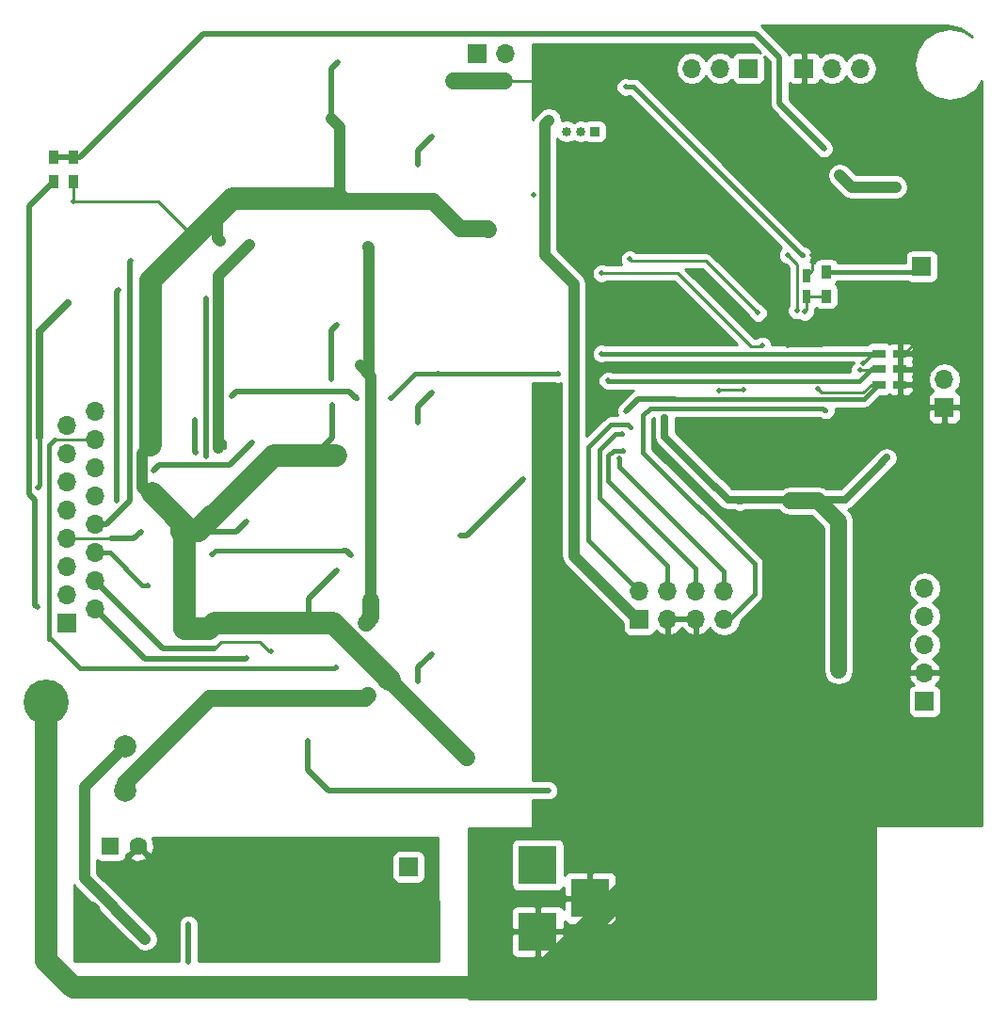
<source format=gbr>
G04 #@! TF.FileFunction,Copper,L2,Bot,Signal*
%FSLAX46Y46*%
G04 Gerber Fmt 4.6, Leading zero omitted, Abs format (unit mm)*
G04 Created by KiCad (PCBNEW 4.0.7) date 07/24/18 12:57:13*
%MOMM*%
%LPD*%
G01*
G04 APERTURE LIST*
%ADD10C,0.100000*%
%ADD11R,0.850000X0.850000*%
%ADD12O,0.850000X0.850000*%
%ADD13R,1.700000X1.700000*%
%ADD14O,1.700000X1.700000*%
%ADD15R,0.750000X1.200000*%
%ADD16R,1.200000X0.750000*%
%ADD17R,0.900000X1.200000*%
%ADD18R,1.600000X1.600000*%
%ADD19C,1.600000*%
%ADD20C,2.000000*%
%ADD21R,3.500000X3.500000*%
%ADD22C,4.064000*%
%ADD23C,0.500000*%
%ADD24C,0.400000*%
%ADD25C,1.000000*%
%ADD26C,0.250000*%
%ADD27C,2.000000*%
%ADD28C,0.300000*%
%ADD29C,0.500000*%
%ADD30C,1.500000*%
%ADD31C,0.700000*%
%ADD32C,0.254000*%
G04 APERTURE END LIST*
D10*
D11*
X158800800Y-71170800D03*
D12*
X157546800Y-71170800D03*
X156260800Y-71170800D03*
D13*
X111315500Y-115430300D03*
D14*
X113855500Y-114160300D03*
X111315500Y-112890300D03*
X113855500Y-111620300D03*
X111315500Y-110350300D03*
X113855500Y-109080300D03*
X111315500Y-107810300D03*
X113855500Y-106540300D03*
X111315500Y-105270300D03*
X113855500Y-104000300D03*
X111315500Y-102730300D03*
X113855500Y-101460300D03*
X111315500Y-100190300D03*
X113855500Y-98920300D03*
X111315500Y-97650300D03*
X113855500Y-96380300D03*
D15*
X177850000Y-84150000D03*
X177850000Y-86050000D03*
D16*
X186250000Y-91150000D03*
X184350000Y-91150000D03*
X186250000Y-92550000D03*
X184350000Y-92550000D03*
X186250000Y-93950000D03*
X184350000Y-93950000D03*
D13*
X148234400Y-64160400D03*
D14*
X150774400Y-64160400D03*
D13*
X190246000Y-96012000D03*
D14*
X190246000Y-93472000D03*
D13*
X188468000Y-122428000D03*
D14*
X188468000Y-119888000D03*
X188468000Y-117348000D03*
X188468000Y-114808000D03*
X188468000Y-112268000D03*
D13*
X177600000Y-65500000D03*
D14*
X180140000Y-65500000D03*
X182680000Y-65500000D03*
D13*
X172600000Y-65500000D03*
D14*
X170060000Y-65500000D03*
X167520000Y-65500000D03*
D17*
X179600000Y-86000000D03*
X179600000Y-83800000D03*
X110151000Y-75692000D03*
X110151000Y-73492000D03*
X111851000Y-73492000D03*
X111851000Y-75692000D03*
D18*
X115201000Y-135441000D03*
D19*
X117701000Y-135441000D03*
D20*
X116586000Y-126492000D03*
X116586000Y-130492000D03*
D13*
X188214000Y-83312000D03*
X162814000Y-115062000D03*
D14*
X162814000Y-112522000D03*
X165354000Y-115062000D03*
X165354000Y-112522000D03*
X167894000Y-115062000D03*
X167894000Y-112522000D03*
X170434000Y-115062000D03*
X170434000Y-112522000D03*
D13*
X142036800Y-137337800D03*
D21*
X153670000Y-137160000D03*
X153670000Y-143160000D03*
X158370000Y-140160000D03*
D22*
X109474000Y-122555000D03*
D23*
X184023000Y-105156000D03*
X112649000Y-142494000D03*
X121920000Y-115951000D03*
X123190000Y-116205000D03*
X121285000Y-114935000D03*
X122682000Y-115316000D03*
X120777000Y-106045000D03*
X125095000Y-81026000D03*
X111887000Y-77470000D03*
X156895800Y-76377800D03*
X118110000Y-100203000D03*
X149250400Y-79984600D03*
X132994400Y-138074400D03*
X124104400Y-138074400D03*
X142290800Y-142036800D03*
X123037600Y-138531600D03*
X153974800Y-66548000D03*
X150672800Y-66675000D03*
X148564600Y-66675000D03*
X113588800Y-142341600D03*
X113538000Y-141224000D03*
X159766000Y-70307200D03*
X153263600Y-76885800D03*
X164592000Y-128656400D03*
X178181000Y-136271000D03*
X178181000Y-135382000D03*
X178181000Y-134366000D03*
X178308000Y-133223000D03*
X178308000Y-131826000D03*
X176784000Y-131826000D03*
X176784000Y-136271000D03*
X176784000Y-135382000D03*
X176784000Y-134366000D03*
X176784000Y-133223000D03*
X182880000Y-104775000D03*
X179019200Y-144399000D03*
X178993800Y-147167600D03*
X178993800Y-145796000D03*
X178993800Y-145796000D03*
X178993800Y-147167600D03*
X179019200Y-144399000D03*
X177596800Y-142976600D03*
X177673000Y-144475200D03*
X177647600Y-147243800D03*
X177647600Y-145872200D03*
X177647600Y-145872200D03*
X177647600Y-147243800D03*
X177673000Y-144475200D03*
X177596800Y-142976600D03*
X175945800Y-142925800D03*
X176022000Y-144424400D03*
X175996600Y-147193000D03*
X175996600Y-145821400D03*
X127431800Y-106299000D03*
X175361600Y-81610200D03*
X178350000Y-82296000D03*
X179882800Y-89052400D03*
X176149000Y-90424000D03*
X187426600Y-90347800D03*
X186300000Y-92600000D03*
X186268400Y-94081600D03*
X135712200Y-64922400D03*
X135077200Y-70002400D03*
X135077200Y-93497400D03*
X135585200Y-88544400D03*
X135839200Y-76606400D03*
X135331200Y-114960400D03*
X135585200Y-110642400D03*
X147269200Y-127406400D03*
X174013200Y-82906400D03*
X172413200Y-82506400D03*
X169413200Y-81906400D03*
X171013200Y-82506400D03*
X169985800Y-94479000D03*
X172163200Y-94406400D03*
X182913200Y-105656400D03*
X135204200Y-95783400D03*
X135163200Y-99906400D03*
X142913200Y-74156400D03*
X144163200Y-71656400D03*
X129667000Y-117983000D03*
X142913200Y-97406400D03*
X144163200Y-94656400D03*
X117983000Y-107188000D03*
X122809000Y-97155000D03*
X122936000Y-100076000D03*
X142913200Y-120656400D03*
X144163200Y-118156400D03*
X118618000Y-112014000D03*
X115824000Y-104394000D03*
X115951000Y-85471000D03*
X125476000Y-99568000D03*
X180721000Y-119380000D03*
X181229000Y-118364000D03*
X180213000Y-118999000D03*
X180721000Y-120142000D03*
X154686000Y-70154800D03*
X181000400Y-113690400D03*
X184163200Y-101406400D03*
X165100000Y-96951800D03*
X124913200Y-99656400D03*
X127685800Y-81407000D03*
X176413200Y-104406400D03*
X171913200Y-104406400D03*
X179578000Y-96266000D03*
X161594800Y-96342200D03*
X136829800Y-109270800D03*
X178892200Y-94335600D03*
X124358400Y-109220000D03*
X126085600Y-94996000D03*
X140413200Y-95156400D03*
X137413200Y-95156400D03*
X159969200Y-93599000D03*
X155489400Y-92982600D03*
X182651400Y-92659200D03*
X123825000Y-100457000D03*
X123825000Y-86233000D03*
X159413200Y-91156400D03*
X182930800Y-91998800D03*
X177495200Y-82321400D03*
X161569400Y-67183000D03*
X177698400Y-87401400D03*
X176149000Y-82296000D03*
X176961800Y-87274400D03*
X159385000Y-83947000D03*
X173863000Y-90424000D03*
X161925000Y-82677000D03*
X173482000Y-87503000D03*
X154635200Y-130454400D03*
X132943600Y-125984000D03*
X146659600Y-107518200D03*
X152349200Y-102412800D03*
X162026600Y-97764600D03*
X161239200Y-98399600D03*
X161366200Y-99872800D03*
X161010600Y-100584000D03*
X185877200Y-76174600D03*
X180822600Y-75107800D03*
X138430000Y-121920000D03*
X138455400Y-81610200D03*
X137693400Y-92227400D03*
X138150600Y-115341400D03*
X135509000Y-119380000D03*
X127457200Y-118567200D03*
X117094000Y-82804000D03*
X119126000Y-101727000D03*
X128016000Y-99187000D03*
X179413200Y-72706400D03*
X122250200Y-145923000D03*
X122224800Y-142494000D03*
X118338600Y-143840200D03*
X108661200Y-113995200D03*
X108661200Y-103174800D03*
X111404400Y-86614000D03*
D24*
X182913200Y-105656400D02*
X183522600Y-105656400D01*
X183522600Y-105656400D02*
X184023000Y-105156000D01*
X123190000Y-116205000D02*
X123190000Y-115951000D01*
X123190000Y-115951000D02*
X123190000Y-116205000D01*
X123190000Y-116205000D02*
X123190000Y-115951000D01*
X121666000Y-115316000D02*
X121920000Y-115316000D01*
X121285000Y-114935000D02*
X121666000Y-115316000D01*
X122682000Y-115316000D02*
X121920000Y-115316000D01*
X121920000Y-115316000D02*
X122682000Y-115316000D01*
X122682000Y-115316000D02*
X121920000Y-115316000D01*
X120777000Y-106045000D02*
X121031000Y-105791000D01*
X121031000Y-105791000D02*
X120777000Y-106045000D01*
X120777000Y-106045000D02*
X120777000Y-105537000D01*
D25*
X124841000Y-80772000D02*
X124841000Y-78613000D01*
X125095000Y-81026000D02*
X124841000Y-80772000D01*
X135839200Y-76606400D02*
X135839200Y-70764400D01*
X135839200Y-70764400D02*
X135077200Y-70002400D01*
D26*
X135636000Y-77216000D02*
X135636000Y-76809600D01*
X135636000Y-76809600D02*
X135839200Y-76606400D01*
X119507000Y-77470000D02*
X122745500Y-80708500D01*
X111887000Y-77470000D02*
X119507000Y-77470000D01*
D27*
X122745500Y-80708500D02*
X124841000Y-78613000D01*
X124841000Y-78613000D02*
X126238000Y-77216000D01*
X126238000Y-77216000D02*
X135636000Y-77216000D01*
D26*
X111851000Y-77434000D02*
X111851000Y-75692000D01*
X111887000Y-77470000D02*
X111851000Y-77434000D01*
D27*
X145796000Y-148209000D02*
X152781000Y-148209000D01*
X152781000Y-148209000D02*
X172333600Y-128656400D01*
D28*
X156895800Y-76377800D02*
X156845000Y-76327000D01*
D27*
X183413200Y-126771600D02*
X183413200Y-106156400D01*
X183413200Y-106156400D02*
X182913200Y-105656400D01*
X164592000Y-128656400D02*
X172333600Y-128656400D01*
X172333600Y-128656400D02*
X181528400Y-128656400D01*
X181528400Y-128656400D02*
X183413200Y-126771600D01*
X145796000Y-148209000D02*
X111887000Y-148209000D01*
X111887000Y-148209000D02*
X109474000Y-145796000D01*
X109474000Y-145796000D02*
X109474000Y-122555000D01*
D29*
X133045200Y-114046000D02*
X133045200Y-115443000D01*
X133096000Y-114808000D02*
X133096000Y-115443000D01*
X133096000Y-115392200D02*
X133096000Y-114808000D01*
X133045200Y-115443000D02*
X133096000Y-115392200D01*
X135331200Y-114960400D02*
X135331200Y-115366800D01*
X135331200Y-115366800D02*
X135255000Y-115443000D01*
D30*
X140335000Y-120523000D02*
X140335000Y-120578200D01*
X144663500Y-124906700D02*
X147269200Y-127512400D01*
X140335000Y-120578200D02*
X144663500Y-124906700D01*
D27*
X134867800Y-115443000D02*
X135255000Y-115443000D01*
X133096000Y-115443000D02*
X134867800Y-115443000D01*
X124587000Y-115443000D02*
X133096000Y-115443000D01*
X140335000Y-120523000D02*
X140208000Y-120396000D01*
X135255000Y-115443000D02*
X140335000Y-120523000D01*
X121920000Y-115951000D02*
X121920000Y-115316000D01*
X121920000Y-115316000D02*
X121920000Y-106680000D01*
X121663200Y-106936800D02*
X121663200Y-107156400D01*
X121920000Y-106680000D02*
X121663200Y-106936800D01*
X121920000Y-115951000D02*
X123190000Y-115951000D01*
X123190000Y-115951000D02*
X124079000Y-115951000D01*
X122313700Y-107073700D02*
X123177300Y-107073700D01*
X129921000Y-100330000D02*
X135509000Y-100330000D01*
X123177300Y-107073700D02*
X129921000Y-100330000D01*
X118872000Y-99441000D02*
X118872000Y-84582000D01*
X118872000Y-84582000D02*
X122745500Y-80708500D01*
D25*
X118110000Y-100203000D02*
X118872000Y-99441000D01*
X118110000Y-100330000D02*
X118110000Y-100203000D01*
D27*
X135636000Y-77216000D02*
X135661400Y-77216000D01*
X122694700Y-107073700D02*
X122313700Y-107073700D01*
X122313700Y-107073700D02*
X120777000Y-105537000D01*
X120777000Y-105537000D02*
X118999000Y-103759000D01*
D25*
X121920000Y-107848400D02*
X121920000Y-107061000D01*
X121920000Y-107061000D02*
X118999000Y-104140000D01*
X118999000Y-104140000D02*
X118110000Y-103251000D01*
X118110000Y-103251000D02*
X118110000Y-100330000D01*
D30*
X135661400Y-77444600D02*
X135661400Y-77216000D01*
X146685000Y-79908400D02*
X149174200Y-79908400D01*
X144221200Y-77444600D02*
X146685000Y-79908400D01*
X149174200Y-79908400D02*
X149250400Y-79984600D01*
X135661400Y-77444600D02*
X144221200Y-77444600D01*
X135661400Y-77216000D02*
X135661400Y-77114400D01*
D25*
X132994400Y-138074400D02*
X138328400Y-138074400D01*
X123037600Y-138531600D02*
X123647200Y-138531600D01*
X123647200Y-138531600D02*
X124104400Y-138074400D01*
X138328400Y-138074400D02*
X142290800Y-142036800D01*
X122986800Y-138328400D02*
X122986800Y-138379200D01*
X122885200Y-138226800D02*
X122986800Y-138328400D01*
X122885200Y-138379200D02*
X122885200Y-138226800D01*
X123037600Y-138531600D02*
X122885200Y-138379200D01*
D26*
X153847800Y-66675000D02*
X150672800Y-66675000D01*
X153974800Y-66548000D02*
X153847800Y-66675000D01*
D30*
X148971000Y-66675000D02*
X150672800Y-66675000D01*
X148564600Y-66675000D02*
X148971000Y-66675000D01*
X146100800Y-66675000D02*
X148564600Y-66675000D01*
X113588800Y-142341600D02*
X113588800Y-141274800D01*
X113588800Y-141274800D02*
X113538000Y-141224000D01*
X121920000Y-107848400D02*
X122694700Y-107073700D01*
X122694700Y-107073700D02*
X124155200Y-105613200D01*
D26*
X159766000Y-70307200D02*
X159791400Y-70307200D01*
D29*
X153263600Y-76885800D02*
X153263600Y-76860400D01*
D30*
X164592000Y-128656400D02*
X164592000Y-128656400D01*
X181528400Y-128656400D02*
X183413200Y-126771600D01*
X183413200Y-126771600D02*
X183413200Y-130022800D01*
X183413200Y-130022800D02*
X180213000Y-133223000D01*
X180213000Y-133223000D02*
X176784000Y-133223000D01*
D28*
X176784000Y-136271000D02*
X178181000Y-136271000D01*
X176784000Y-135382000D02*
X178181000Y-135382000D01*
X176784000Y-134366000D02*
X178181000Y-134366000D01*
X176784000Y-133223000D02*
X178308000Y-133223000D01*
X176784000Y-131826000D02*
X178308000Y-131826000D01*
X176784000Y-133223000D02*
X176784000Y-131826000D01*
X176784000Y-135382000D02*
X176784000Y-136271000D01*
X176784000Y-134366000D02*
X176784000Y-135382000D01*
X176784000Y-133223000D02*
X176784000Y-134366000D01*
D25*
X182913200Y-105656400D02*
X182913200Y-104808200D01*
X182913200Y-104808200D02*
X182880000Y-104775000D01*
X121663200Y-107156400D02*
X122763200Y-107156400D01*
X122763200Y-107156400D02*
X124155200Y-105764400D01*
X130013200Y-99906400D02*
X135163200Y-99906400D01*
D29*
X179019200Y-144399000D02*
X179019200Y-142976600D01*
X179019200Y-142976600D02*
X178943000Y-142900400D01*
X178993800Y-145796000D02*
X178993800Y-144424400D01*
X178993800Y-144424400D02*
X179019200Y-144399000D01*
X178993800Y-147167600D02*
X178993800Y-145796000D01*
X178993800Y-147167600D02*
X178993800Y-145796000D01*
X178993800Y-144424400D02*
X179019200Y-144399000D01*
X178993800Y-145796000D02*
X178993800Y-144424400D01*
X179019200Y-142976600D02*
X178943000Y-142900400D01*
X179019200Y-144399000D02*
X179019200Y-142976600D01*
X177673000Y-144475200D02*
X177673000Y-143052800D01*
X177673000Y-143052800D02*
X177596800Y-142976600D01*
X177647600Y-145872200D02*
X177647600Y-144500600D01*
X177647600Y-144500600D02*
X177673000Y-144475200D01*
X177647600Y-147243800D02*
X177647600Y-145872200D01*
X177647600Y-147243800D02*
X177647600Y-145872200D01*
X177647600Y-144500600D02*
X177673000Y-144475200D01*
X177647600Y-145872200D02*
X177647600Y-144500600D01*
X177673000Y-143052800D02*
X177596800Y-142976600D01*
X177673000Y-144475200D02*
X177673000Y-143052800D01*
X176022000Y-144424400D02*
X176022000Y-143002000D01*
X176022000Y-143002000D02*
X175945800Y-142925800D01*
X175996600Y-145821400D02*
X175996600Y-144449800D01*
X175996600Y-144449800D02*
X176022000Y-144424400D01*
X175996600Y-147193000D02*
X175996600Y-145821400D01*
X127431800Y-106299000D02*
X126574400Y-107156400D01*
X126574400Y-107156400D02*
X121663200Y-107156400D01*
D26*
X174013200Y-82906400D02*
X174065400Y-82906400D01*
X174065400Y-82906400D02*
X175361600Y-81610200D01*
X177850000Y-84150000D02*
X178358800Y-83641200D01*
X178358800Y-82304800D02*
X178358800Y-83641200D01*
X178358800Y-82304800D02*
X178350000Y-82296000D01*
X180644800Y-89712800D02*
X180644800Y-89738200D01*
X180619400Y-89738200D02*
X180644800Y-89712800D01*
X180568600Y-89738200D02*
X180619400Y-89738200D01*
X179882800Y-89052400D02*
X180568600Y-89738200D01*
X176149000Y-90424000D02*
X179146200Y-90424000D01*
X179146200Y-90424000D02*
X179832000Y-89738200D01*
X179832000Y-89738200D02*
X180644800Y-89738200D01*
X186817000Y-89738200D02*
X187426600Y-90347800D01*
X180644800Y-89738200D02*
X186817000Y-89738200D01*
X186250000Y-91150000D02*
X186624400Y-91150000D01*
X186624400Y-91150000D02*
X187426600Y-90347800D01*
X186300000Y-92600000D02*
X186250000Y-92550000D01*
X186250000Y-93950000D02*
X187498200Y-93950000D01*
X187498200Y-93950000D02*
X187706000Y-94157800D01*
X186268400Y-94081600D02*
X186250000Y-94063200D01*
X186250000Y-94063200D02*
X186250000Y-93950000D01*
D29*
X134061200Y-99906400D02*
X134061200Y-99847400D01*
X134061200Y-99847400D02*
X135163200Y-98745400D01*
X135712200Y-64922400D02*
X135077200Y-65557400D01*
X135077200Y-65557400D02*
X135077200Y-70002400D01*
X135077200Y-89052400D02*
X135077200Y-93497400D01*
X135585200Y-88544400D02*
X135077200Y-89052400D01*
X135331200Y-114960400D02*
X135331200Y-115906400D01*
X133045200Y-113182400D02*
X133045200Y-114046000D01*
X133045200Y-114046000D02*
X133045200Y-115906400D01*
X135585200Y-110642400D02*
X133045200Y-113182400D01*
X147269200Y-127406400D02*
X147216200Y-127459400D01*
X147216200Y-127459400D02*
X147269200Y-127406400D01*
X147269200Y-127406400D02*
X147269200Y-127512400D01*
D28*
X173613200Y-82506400D02*
X174013200Y-82906400D01*
X173613200Y-82506400D02*
X172413200Y-82506400D01*
X171013200Y-82506400D02*
X172413200Y-82506400D01*
X169413200Y-81906400D02*
X170413200Y-81906400D01*
X170413200Y-81906400D02*
X171013200Y-82506400D01*
D31*
X130013200Y-99906400D02*
X134061200Y-99906400D01*
X134061200Y-99906400D02*
X135163200Y-99906400D01*
D26*
X170058400Y-94406400D02*
X169985800Y-94479000D01*
X170058400Y-94406400D02*
X172163200Y-94406400D01*
D30*
X183413200Y-106156400D02*
X182913200Y-105656400D01*
X183413200Y-106406400D02*
X183413200Y-106156400D01*
X121663200Y-107156400D02*
X121663200Y-108432600D01*
D29*
X135163200Y-96656400D02*
X135163200Y-98745400D01*
X135204200Y-95783400D02*
X135163200Y-96656400D01*
X135585200Y-76708000D02*
X135839200Y-76708000D01*
X135839200Y-76606400D02*
X135839200Y-76708000D01*
X135839200Y-76708000D02*
X135839200Y-76606400D01*
X135839200Y-76606400D02*
X135839200Y-76708000D01*
X142913200Y-72906400D02*
X142913200Y-74156400D01*
X144163200Y-71656400D02*
X142913200Y-72906400D01*
X124587000Y-117729000D02*
X119964200Y-117729000D01*
X119964200Y-117729000D02*
X113855500Y-111620300D01*
D26*
X129540000Y-117983000D02*
X129667000Y-117983000D01*
X128651000Y-117094000D02*
X129540000Y-117983000D01*
X125222000Y-117094000D02*
X128651000Y-117094000D01*
X124587000Y-117729000D02*
X125222000Y-117094000D01*
D29*
X142913200Y-95906400D02*
X142913200Y-97406400D01*
X144163200Y-94656400D02*
X142913200Y-95906400D01*
X117983000Y-107188000D02*
X117348000Y-107823000D01*
X117348000Y-107823000D02*
X115951000Y-107823000D01*
X122809000Y-99949000D02*
X122936000Y-100076000D01*
X122809000Y-99949000D02*
X122809000Y-97155000D01*
D26*
X111315500Y-107810300D02*
X115938300Y-107810300D01*
X115938300Y-107810300D02*
X115951000Y-107823000D01*
D29*
X115951000Y-107823000D02*
X115316000Y-107823000D01*
X142913200Y-119406400D02*
X142913200Y-120656400D01*
X144163200Y-118156400D02*
X142913200Y-119406400D01*
D24*
X113855500Y-109080300D02*
X115176300Y-109080300D01*
X118110000Y-112014000D02*
X118618000Y-112014000D01*
X115176300Y-109080300D02*
X118110000Y-112014000D01*
D29*
X115951000Y-85471000D02*
X115824000Y-85598000D01*
X115824000Y-85598000D02*
X115824000Y-104394000D01*
D25*
X154279600Y-80518000D02*
X154279600Y-82270600D01*
X154279600Y-82270600D02*
X156921200Y-84912200D01*
D24*
X125222000Y-98933000D02*
X124942600Y-98933000D01*
X124942600Y-98653600D02*
X125222000Y-98933000D01*
X125476000Y-99187000D02*
X124942600Y-98653600D01*
X125476000Y-99568000D02*
X125476000Y-99187000D01*
X181229000Y-118364000D02*
X180721000Y-118364000D01*
X180721000Y-118364000D02*
X181229000Y-118364000D01*
X181229000Y-118364000D02*
X180721000Y-118364000D01*
X180213000Y-118999000D02*
X180721000Y-118999000D01*
X180721000Y-118999000D02*
X180213000Y-118999000D01*
X180213000Y-118999000D02*
X180721000Y-118999000D01*
D25*
X154279600Y-80518000D02*
X154279600Y-70561200D01*
X154279600Y-70561200D02*
X154686000Y-70154800D01*
X156921200Y-109372400D02*
X156921200Y-84912200D01*
X162610800Y-115062000D02*
X156921200Y-109372400D01*
X162814000Y-115062000D02*
X162610800Y-115062000D01*
D24*
X181000400Y-113690400D02*
X180721000Y-113690400D01*
X180721000Y-113690400D02*
X181000400Y-113690400D01*
X181000400Y-113690400D02*
X180721000Y-113690400D01*
D30*
X180721000Y-107061000D02*
X180721000Y-106299000D01*
X178828400Y-104406400D02*
X176413200Y-104406400D01*
X180721000Y-106299000D02*
X178828400Y-104406400D01*
X180721000Y-119634000D02*
X180721000Y-119380000D01*
X180721000Y-119380000D02*
X180721000Y-118999000D01*
X180721000Y-118999000D02*
X180721000Y-118364000D01*
X180721000Y-118364000D02*
X180721000Y-113690400D01*
X180721000Y-113690400D02*
X180721000Y-107061000D01*
D31*
X185036400Y-100533200D02*
X184163200Y-101406400D01*
D26*
X176413200Y-104406400D02*
X180721000Y-104406400D01*
X180721000Y-104406400D02*
X181163200Y-104406400D01*
X181163200Y-104406400D02*
X184163200Y-101406400D01*
X176413200Y-104406400D02*
X171913200Y-104406400D01*
D31*
X184163200Y-101406400D02*
X181293100Y-104276500D01*
X181293100Y-104276500D02*
X170783300Y-104276500D01*
X165100000Y-98628200D02*
X165100000Y-96951800D01*
X169663200Y-103191400D02*
X165100000Y-98628200D01*
X170783300Y-104276500D02*
X169663200Y-103156400D01*
X169663200Y-103156400D02*
X169663200Y-103191400D01*
D25*
X124913200Y-99656400D02*
X124942600Y-99656400D01*
X124942600Y-99656400D02*
X124913200Y-99656400D01*
X124913200Y-99656400D02*
X124942600Y-99656400D01*
X124942600Y-98933000D02*
X124942600Y-84150200D01*
X124942600Y-84150200D02*
X127685800Y-81407000D01*
X124942600Y-99656400D02*
X124942600Y-98933000D01*
D31*
X176413200Y-104406400D02*
X176419400Y-104400200D01*
X171913200Y-104406400D02*
X171760800Y-104406400D01*
D24*
X173151800Y-110058200D02*
X173151800Y-112064800D01*
X173151800Y-112064800D02*
X173151800Y-112801400D01*
X173151800Y-112801400D02*
X170891200Y-115062000D01*
X170891200Y-115062000D02*
X170434000Y-115062000D01*
X179578000Y-96266000D02*
X179451000Y-96266000D01*
X163144200Y-100050600D02*
X173151800Y-110058200D01*
X163144200Y-96723200D02*
X163144200Y-100050600D01*
X163753800Y-96113600D02*
X163144200Y-96723200D01*
X179298600Y-96113600D02*
X163753800Y-96113600D01*
X179451000Y-96266000D02*
X179298600Y-96113600D01*
D29*
X162712400Y-95224600D02*
X166014400Y-95224600D01*
X161594800Y-96342200D02*
X162712400Y-95224600D01*
X136474200Y-108915200D02*
X136194800Y-108915200D01*
X136829800Y-109270800D02*
X136474200Y-108915200D01*
D26*
X183672000Y-93950000D02*
X184350000Y-93950000D01*
X182956200Y-94665800D02*
X183672000Y-93950000D01*
X179222400Y-94665800D02*
X182956200Y-94665800D01*
X178892200Y-94335600D02*
X179222400Y-94665800D01*
D24*
X184350000Y-93950000D02*
X184307000Y-93950000D01*
X184307000Y-93950000D02*
X183032400Y-95224600D01*
X183032400Y-95224600D02*
X166141400Y-95224600D01*
X124663200Y-108915200D02*
X136194800Y-108915200D01*
X124358400Y-109220000D02*
X124663200Y-108915200D01*
D29*
X137320400Y-95156400D02*
X136702800Y-94538800D01*
X136702800Y-94538800D02*
X126542800Y-94538800D01*
X137413200Y-95156400D02*
X137320400Y-95156400D01*
X126542800Y-94538800D02*
X126085600Y-94996000D01*
D24*
X144663200Y-92906400D02*
X144663200Y-92938600D01*
X144631000Y-92938600D02*
X144663200Y-92906400D01*
X142631000Y-92938600D02*
X144631000Y-92938600D01*
X140413200Y-95156400D02*
X142631000Y-92938600D01*
X137252800Y-94996000D02*
X137413200Y-95156400D01*
X160578800Y-93649800D02*
X160020000Y-93649800D01*
X183725800Y-92550000D02*
X182626000Y-93649800D01*
X183725800Y-92550000D02*
X184350000Y-92550000D01*
X182626000Y-93649800D02*
X173507400Y-93649800D01*
X160578800Y-93649800D02*
X173507400Y-93649800D01*
X160020000Y-93649800D02*
X159969200Y-93599000D01*
X155489400Y-92982600D02*
X155464000Y-92957200D01*
X155464000Y-92957200D02*
X144663200Y-92938600D01*
D26*
X182676800Y-92633800D02*
X184266200Y-92633800D01*
X182651400Y-92659200D02*
X182676800Y-92633800D01*
X184266200Y-92633800D02*
X184350000Y-92550000D01*
D29*
X123825000Y-100457000D02*
X123825000Y-86233000D01*
D24*
X171913200Y-91150000D02*
X159419600Y-91150000D01*
X159419600Y-91150000D02*
X159413200Y-91156400D01*
D26*
X184350000Y-91150000D02*
X183779600Y-91150000D01*
X183779600Y-91150000D02*
X182930800Y-91998800D01*
D24*
X171913200Y-91150000D02*
X184350000Y-91150000D01*
X177495200Y-82321400D02*
X177393600Y-82321400D01*
X162255200Y-67183000D02*
X161569400Y-67183000D01*
X177393600Y-82321400D02*
X162255200Y-67183000D01*
D26*
X177850000Y-86050000D02*
X177850000Y-87249800D01*
X177850000Y-87249800D02*
X177698400Y-87401400D01*
X179600000Y-86000000D02*
X177900000Y-86000000D01*
X177900000Y-86000000D02*
X177850000Y-86050000D01*
X176961800Y-83108800D02*
X176961800Y-87274400D01*
X176149000Y-82296000D02*
X176961800Y-83108800D01*
X166243000Y-83947000D02*
X159385000Y-83947000D01*
X172847000Y-90551000D02*
X166243000Y-83947000D01*
X173736000Y-90551000D02*
X172847000Y-90551000D01*
X173863000Y-90424000D02*
X173736000Y-90551000D01*
X162052000Y-82804000D02*
X161925000Y-82677000D01*
X168783000Y-82804000D02*
X162052000Y-82804000D01*
X173482000Y-87503000D02*
X168783000Y-82804000D01*
D29*
X132943600Y-128574800D02*
X132943600Y-125984000D01*
X134823200Y-130454400D02*
X132943600Y-128574800D01*
X143205200Y-130454400D02*
X134823200Y-130454400D01*
X154635200Y-130454400D02*
X143205200Y-130454400D01*
X147243800Y-107518200D02*
X146659600Y-107518200D01*
X152349200Y-102412800D02*
X147243800Y-107518200D01*
D24*
X162026600Y-97764600D02*
X161798000Y-97536000D01*
X158242000Y-107950000D02*
X162814000Y-112522000D01*
X158242000Y-99568000D02*
X158242000Y-107950000D01*
X160274000Y-97536000D02*
X158242000Y-99568000D01*
X161798000Y-97536000D02*
X160274000Y-97536000D01*
D28*
X162026600Y-97764600D02*
X162021400Y-97764600D01*
D24*
X165354000Y-112522000D02*
X165354000Y-110236000D01*
X160680400Y-98399600D02*
X161239200Y-98399600D01*
X159258000Y-99822000D02*
X160680400Y-98399600D01*
X159258000Y-104140000D02*
X159258000Y-99822000D01*
X165354000Y-110236000D02*
X159258000Y-104140000D01*
X161366200Y-99872800D02*
X160477200Y-99872800D01*
X167894000Y-110490000D02*
X167894000Y-112522000D01*
X160020000Y-102616000D02*
X167894000Y-110490000D01*
X160020000Y-100330000D02*
X160020000Y-102616000D01*
X160477200Y-99872800D02*
X160020000Y-100330000D01*
X161010600Y-100584000D02*
X161010600Y-101320600D01*
X170434000Y-110744000D02*
X170434000Y-112522000D01*
X161010600Y-101320600D02*
X170434000Y-110744000D01*
D25*
X185877200Y-76174600D02*
X181889400Y-76174600D01*
X181889400Y-76174600D02*
X180822600Y-75107800D01*
D30*
X116586000Y-130492000D02*
X116586000Y-129794000D01*
X116586000Y-129794000D02*
X124206000Y-122174000D01*
X138176000Y-122174000D02*
X138430000Y-121920000D01*
X124206000Y-122174000D02*
X138176000Y-122174000D01*
X138684000Y-113334800D02*
X138684000Y-114875200D01*
X138684000Y-114875200D02*
X138184200Y-115375000D01*
D25*
X138455400Y-81610200D02*
X138455400Y-92989400D01*
X138455400Y-92989400D02*
X138684000Y-93218000D01*
X138430000Y-81584800D02*
X138430000Y-81559400D01*
X138455400Y-81610200D02*
X138430000Y-81584800D01*
X138684000Y-113334800D02*
X138684000Y-93218000D01*
X138684000Y-93218000D02*
X137693400Y-92227400D01*
X138184200Y-115375000D02*
X138150600Y-115341400D01*
D24*
X109728000Y-99441000D02*
X109728000Y-116840000D01*
X109855000Y-116840000D02*
X112522000Y-119507000D01*
X112522000Y-119507000D02*
X114300000Y-119507000D01*
X112522000Y-119507000D02*
X114300000Y-119507000D01*
X114300000Y-119507000D02*
X135382000Y-119507000D01*
X135382000Y-119507000D02*
X135509000Y-119380000D01*
X110236000Y-98933000D02*
X109728000Y-99441000D01*
D26*
X113842800Y-98933000D02*
X110236000Y-98933000D01*
X113842800Y-98933000D02*
X113855500Y-98920300D01*
D29*
X124764800Y-118618000D02*
X127406400Y-118618000D01*
X127406400Y-118618000D02*
X127457200Y-118567200D01*
X127457200Y-118567200D02*
X127406400Y-118618000D01*
X126187200Y-118618000D02*
X124764800Y-118618000D01*
X124764800Y-118618000D02*
X118313200Y-118618000D01*
X118313200Y-118618000D02*
X113855500Y-114160300D01*
X113855500Y-106540300D02*
X114820700Y-106540300D01*
X116967000Y-82931000D02*
X117094000Y-82804000D01*
X116967000Y-104394000D02*
X116967000Y-82931000D01*
X114820700Y-106540300D02*
X116967000Y-104394000D01*
X119761000Y-101219000D02*
X119634000Y-101219000D01*
X119634000Y-101219000D02*
X119126000Y-101727000D01*
X120904000Y-101219000D02*
X119761000Y-101219000D01*
X125984000Y-101219000D02*
X125222000Y-101219000D01*
X128016000Y-99187000D02*
X125984000Y-101219000D01*
X120904000Y-101219000D02*
X125095000Y-101219000D01*
X110151000Y-73492000D02*
X112512200Y-73492000D01*
X175412400Y-68656200D02*
X179413200Y-72706400D01*
X175412400Y-64516000D02*
X175412400Y-68656200D01*
X173304200Y-62407800D02*
X175412400Y-64516000D01*
X123596400Y-62407800D02*
X173304200Y-62407800D01*
X112512200Y-73492000D02*
X123596400Y-62407800D01*
X110151000Y-73492000D02*
X111851000Y-73492000D01*
X122250200Y-142519400D02*
X122250200Y-145923000D01*
X122224800Y-142494000D02*
X122250200Y-142519400D01*
D25*
X112903000Y-130175000D02*
X116586000Y-126492000D01*
X112903000Y-138379200D02*
X112903000Y-130175000D01*
X118338600Y-143840200D02*
X112903000Y-138379200D01*
D29*
X108458000Y-113792000D02*
X108458000Y-104292400D01*
X108661200Y-113995200D02*
X108458000Y-113792000D01*
X107950000Y-77893000D02*
X110151000Y-75692000D01*
X107950000Y-103784400D02*
X107950000Y-77893000D01*
X108458000Y-104292400D02*
X107950000Y-103784400D01*
D24*
X179600000Y-83800000D02*
X187726000Y-83800000D01*
X187726000Y-83800000D02*
X188214000Y-83312000D01*
D31*
X108839000Y-98425000D02*
X108839000Y-98679000D01*
D24*
X108839000Y-98425000D02*
X108839000Y-102997000D01*
X108839000Y-102997000D02*
X108661200Y-103174800D01*
D31*
X111404400Y-86614000D02*
X111379000Y-86614000D01*
X108839000Y-89154000D02*
X108839000Y-98425000D01*
X111379000Y-86614000D02*
X108839000Y-89154000D01*
D28*
X108661200Y-90424000D02*
X108661200Y-89966800D01*
X108661200Y-90424000D02*
X108661200Y-90017600D01*
D24*
X108661200Y-89966800D02*
X108661200Y-89712800D01*
X108661200Y-89408000D02*
X108661200Y-89712800D01*
X111404400Y-86614000D02*
X111404400Y-86664800D01*
X111404400Y-86664800D02*
X108661200Y-89408000D01*
D32*
G36*
X191680995Y-61918824D02*
X192682196Y-62587804D01*
X192703849Y-62620212D01*
X191997721Y-62148392D01*
X190754000Y-61901000D01*
X189510279Y-62148392D01*
X188455903Y-62852903D01*
X187751392Y-63907279D01*
X187504000Y-65151000D01*
X187751392Y-66394721D01*
X188455903Y-67449097D01*
X189510279Y-68153608D01*
X190754000Y-68401000D01*
X191997721Y-68153608D01*
X193052097Y-67449097D01*
X193600000Y-66629102D01*
X193600000Y-133629400D01*
X184150000Y-133629400D01*
X184100590Y-133639406D01*
X184058965Y-133667847D01*
X184031685Y-133710241D01*
X184023000Y-133756400D01*
X184023000Y-149150000D01*
X147447000Y-149150000D01*
X147447000Y-143445750D01*
X151285000Y-143445750D01*
X151285000Y-145036309D01*
X151381673Y-145269698D01*
X151560301Y-145448327D01*
X151793690Y-145545000D01*
X153384250Y-145545000D01*
X153543000Y-145386250D01*
X153543000Y-143287000D01*
X153797000Y-143287000D01*
X153797000Y-145386250D01*
X153955750Y-145545000D01*
X155546310Y-145545000D01*
X155779699Y-145448327D01*
X155958327Y-145269698D01*
X156055000Y-145036309D01*
X156055000Y-143445750D01*
X155896250Y-143287000D01*
X153797000Y-143287000D01*
X153543000Y-143287000D01*
X151443750Y-143287000D01*
X151285000Y-143445750D01*
X147447000Y-143445750D01*
X147447000Y-141283691D01*
X151285000Y-141283691D01*
X151285000Y-142874250D01*
X151443750Y-143033000D01*
X153543000Y-143033000D01*
X153543000Y-140933750D01*
X153797000Y-140933750D01*
X153797000Y-143033000D01*
X155896250Y-143033000D01*
X156055000Y-142874250D01*
X156055000Y-142205304D01*
X156081673Y-142269698D01*
X156260301Y-142448327D01*
X156493690Y-142545000D01*
X158084250Y-142545000D01*
X158243000Y-142386250D01*
X158243000Y-140287000D01*
X158497000Y-140287000D01*
X158497000Y-142386250D01*
X158655750Y-142545000D01*
X160246310Y-142545000D01*
X160479699Y-142448327D01*
X160658327Y-142269698D01*
X160755000Y-142036309D01*
X160755000Y-140445750D01*
X160596250Y-140287000D01*
X158497000Y-140287000D01*
X158243000Y-140287000D01*
X156143750Y-140287000D01*
X155985000Y-140445750D01*
X155985000Y-141114696D01*
X155958327Y-141050302D01*
X155779699Y-140871673D01*
X155546310Y-140775000D01*
X153955750Y-140775000D01*
X153797000Y-140933750D01*
X153543000Y-140933750D01*
X153384250Y-140775000D01*
X151793690Y-140775000D01*
X151560301Y-140871673D01*
X151381673Y-141050302D01*
X151285000Y-141283691D01*
X147447000Y-141283691D01*
X147447000Y-135410000D01*
X151272560Y-135410000D01*
X151272560Y-138910000D01*
X151316838Y-139145317D01*
X151455910Y-139361441D01*
X151668110Y-139506431D01*
X151920000Y-139557440D01*
X155420000Y-139557440D01*
X155655317Y-139513162D01*
X155871441Y-139374090D01*
X155985000Y-139207891D01*
X155985000Y-139874250D01*
X156143750Y-140033000D01*
X158243000Y-140033000D01*
X158243000Y-137933750D01*
X158497000Y-137933750D01*
X158497000Y-140033000D01*
X160596250Y-140033000D01*
X160755000Y-139874250D01*
X160755000Y-138283691D01*
X160658327Y-138050302D01*
X160479699Y-137871673D01*
X160246310Y-137775000D01*
X158655750Y-137775000D01*
X158497000Y-137933750D01*
X158243000Y-137933750D01*
X158084250Y-137775000D01*
X156493690Y-137775000D01*
X156260301Y-137871673D01*
X156081673Y-138050302D01*
X156067440Y-138084663D01*
X156067440Y-135410000D01*
X156023162Y-135174683D01*
X155884090Y-134958559D01*
X155671890Y-134813569D01*
X155420000Y-134762560D01*
X151920000Y-134762560D01*
X151684683Y-134806838D01*
X151468559Y-134945910D01*
X151323569Y-135158110D01*
X151272560Y-135410000D01*
X147447000Y-135410000D01*
X147447000Y-133883400D01*
X153111200Y-133883400D01*
X153160610Y-133873394D01*
X153202235Y-133844953D01*
X153229515Y-133802559D01*
X153238200Y-133756400D01*
X153238200Y-131339400D01*
X154635001Y-131339400D01*
X154810465Y-131339553D01*
X155135857Y-131205104D01*
X155260988Y-131080191D01*
X155260990Y-131080190D01*
X155260991Y-131080188D01*
X155385029Y-130956367D01*
X155520046Y-130631210D01*
X155520353Y-130279135D01*
X155385904Y-129953743D01*
X155260991Y-129828612D01*
X155260990Y-129828610D01*
X155260988Y-129828609D01*
X155137167Y-129704571D01*
X154812010Y-129569554D01*
X154459935Y-129569247D01*
X154459565Y-129569400D01*
X153238200Y-129569400D01*
X153238200Y-121578000D01*
X186970560Y-121578000D01*
X186970560Y-123278000D01*
X187014838Y-123513317D01*
X187153910Y-123729441D01*
X187366110Y-123874431D01*
X187618000Y-123925440D01*
X189318000Y-123925440D01*
X189553317Y-123881162D01*
X189769441Y-123742090D01*
X189914431Y-123529890D01*
X189965440Y-123278000D01*
X189965440Y-121578000D01*
X189921162Y-121342683D01*
X189782090Y-121126559D01*
X189569890Y-120981569D01*
X189461893Y-120959699D01*
X189739645Y-120654924D01*
X189909476Y-120244890D01*
X189788155Y-120015000D01*
X188595000Y-120015000D01*
X188595000Y-120035000D01*
X188341000Y-120035000D01*
X188341000Y-120015000D01*
X187147845Y-120015000D01*
X187026524Y-120244890D01*
X187196355Y-120654924D01*
X187472501Y-120957937D01*
X187382683Y-120974838D01*
X187166559Y-121113910D01*
X187021569Y-121326110D01*
X186970560Y-121578000D01*
X153238200Y-121578000D01*
X153238200Y-93788368D01*
X155129996Y-93791626D01*
X155312590Y-93867446D01*
X155664665Y-93867753D01*
X155786200Y-93817536D01*
X155786200Y-109372400D01*
X155872597Y-109806746D01*
X156104335Y-110153566D01*
X156118634Y-110174966D01*
X161316560Y-115372893D01*
X161316560Y-115912000D01*
X161360838Y-116147317D01*
X161499910Y-116363441D01*
X161712110Y-116508431D01*
X161964000Y-116559440D01*
X163664000Y-116559440D01*
X163899317Y-116515162D01*
X164115441Y-116376090D01*
X164260431Y-116163890D01*
X164282301Y-116055893D01*
X164587076Y-116333645D01*
X164997110Y-116503476D01*
X165227000Y-116382155D01*
X165227000Y-115189000D01*
X165481000Y-115189000D01*
X165481000Y-116382155D01*
X165710890Y-116503476D01*
X166120924Y-116333645D01*
X166549183Y-115943358D01*
X166624000Y-115784046D01*
X166698817Y-115943358D01*
X167127076Y-116333645D01*
X167537110Y-116503476D01*
X167767000Y-116382155D01*
X167767000Y-115189000D01*
X165481000Y-115189000D01*
X165227000Y-115189000D01*
X165207000Y-115189000D01*
X165207000Y-114935000D01*
X165227000Y-114935000D01*
X165227000Y-114915000D01*
X165481000Y-114915000D01*
X165481000Y-114935000D01*
X167767000Y-114935000D01*
X167767000Y-114915000D01*
X168021000Y-114915000D01*
X168021000Y-114935000D01*
X168041000Y-114935000D01*
X168041000Y-115189000D01*
X168021000Y-115189000D01*
X168021000Y-116382155D01*
X168250890Y-116503476D01*
X168660924Y-116333645D01*
X169089183Y-115943358D01*
X169156298Y-115800447D01*
X169383946Y-116141147D01*
X169865715Y-116463054D01*
X170434000Y-116576093D01*
X171002285Y-116463054D01*
X171484054Y-116141147D01*
X171805961Y-115659378D01*
X171888217Y-115245851D01*
X173742234Y-113391834D01*
X173807979Y-113293439D01*
X173923239Y-113120941D01*
X173986800Y-112801400D01*
X173986800Y-110058200D01*
X173955246Y-109899566D01*
X173923240Y-109738660D01*
X173742234Y-109467766D01*
X163979200Y-99704732D01*
X163979200Y-97069068D01*
X164099668Y-96948600D01*
X164115637Y-96948600D01*
X164115000Y-96951800D01*
X164115000Y-98628200D01*
X164189979Y-99005143D01*
X164403500Y-99324700D01*
X168966700Y-103887900D01*
X169072178Y-103958378D01*
X170086800Y-104973000D01*
X170406357Y-105186521D01*
X170783300Y-105261500D01*
X171301662Y-105261500D01*
X171383857Y-105316421D01*
X171760800Y-105391400D01*
X171913200Y-105391400D01*
X172290143Y-105316421D01*
X172372338Y-105261500D01*
X175350840Y-105261500D01*
X175433857Y-105385743D01*
X175883183Y-105685973D01*
X176413200Y-105791400D01*
X178254714Y-105791400D01*
X179336000Y-106872686D01*
X179336000Y-118803295D01*
X179328154Y-118822190D01*
X179327847Y-119174265D01*
X179336000Y-119193997D01*
X179336000Y-119634000D01*
X179441427Y-120164017D01*
X179741657Y-120613343D01*
X180190983Y-120913573D01*
X180345341Y-120944277D01*
X180544190Y-121026846D01*
X180896265Y-121027153D01*
X181097010Y-120944207D01*
X181251017Y-120913573D01*
X181700343Y-120613343D01*
X182000573Y-120164017D01*
X182106000Y-119634000D01*
X182106000Y-118559705D01*
X182113846Y-118540810D01*
X182114153Y-118188735D01*
X182106000Y-118169003D01*
X182106000Y-112268000D01*
X186953907Y-112268000D01*
X187066946Y-112836285D01*
X187388853Y-113318054D01*
X187718026Y-113538000D01*
X187388853Y-113757946D01*
X187066946Y-114239715D01*
X186953907Y-114808000D01*
X187066946Y-115376285D01*
X187388853Y-115858054D01*
X187718026Y-116078000D01*
X187388853Y-116297946D01*
X187066946Y-116779715D01*
X186953907Y-117348000D01*
X187066946Y-117916285D01*
X187388853Y-118398054D01*
X187729553Y-118625702D01*
X187586642Y-118692817D01*
X187196355Y-119121076D01*
X187026524Y-119531110D01*
X187147845Y-119761000D01*
X188341000Y-119761000D01*
X188341000Y-119741000D01*
X188595000Y-119741000D01*
X188595000Y-119761000D01*
X189788155Y-119761000D01*
X189909476Y-119531110D01*
X189739645Y-119121076D01*
X189349358Y-118692817D01*
X189206447Y-118625702D01*
X189547147Y-118398054D01*
X189869054Y-117916285D01*
X189982093Y-117348000D01*
X189869054Y-116779715D01*
X189547147Y-116297946D01*
X189217974Y-116078000D01*
X189547147Y-115858054D01*
X189869054Y-115376285D01*
X189982093Y-114808000D01*
X189869054Y-114239715D01*
X189547147Y-113757946D01*
X189217974Y-113538000D01*
X189547147Y-113318054D01*
X189869054Y-112836285D01*
X189982093Y-112268000D01*
X189869054Y-111699715D01*
X189547147Y-111217946D01*
X189065378Y-110896039D01*
X188497093Y-110783000D01*
X188438907Y-110783000D01*
X187870622Y-110896039D01*
X187388853Y-111217946D01*
X187066946Y-111699715D01*
X186953907Y-112268000D01*
X182106000Y-112268000D01*
X182106000Y-106299000D01*
X182062768Y-106081657D01*
X182000574Y-105768984D01*
X181700343Y-105319657D01*
X181584269Y-105203583D01*
X181670043Y-105186521D01*
X181989600Y-104973000D01*
X185732900Y-101229700D01*
X185946421Y-100910143D01*
X186021400Y-100533200D01*
X185946421Y-100156257D01*
X185732900Y-99836700D01*
X185413343Y-99623179D01*
X185036400Y-99548200D01*
X184659457Y-99623179D01*
X184339900Y-99836700D01*
X180885100Y-103291500D01*
X179604868Y-103291500D01*
X179358417Y-103126827D01*
X178828400Y-103021400D01*
X176413200Y-103021400D01*
X175883183Y-103126827D01*
X175636732Y-103291500D01*
X171191300Y-103291500D01*
X170359700Y-102459900D01*
X170254222Y-102389422D01*
X166085000Y-98220200D01*
X166085000Y-96951800D01*
X166084363Y-96948600D01*
X178998502Y-96948600D01*
X179029792Y-96969507D01*
X179076033Y-97015829D01*
X179401190Y-97150846D01*
X179753265Y-97151153D01*
X180078657Y-97016704D01*
X180327829Y-96767967D01*
X180462846Y-96442810D01*
X180462972Y-96297750D01*
X188761000Y-96297750D01*
X188761000Y-96988310D01*
X188857673Y-97221699D01*
X189036302Y-97400327D01*
X189269691Y-97497000D01*
X189960250Y-97497000D01*
X190119000Y-97338250D01*
X190119000Y-96139000D01*
X190373000Y-96139000D01*
X190373000Y-97338250D01*
X190531750Y-97497000D01*
X191222309Y-97497000D01*
X191455698Y-97400327D01*
X191634327Y-97221699D01*
X191731000Y-96988310D01*
X191731000Y-96297750D01*
X191572250Y-96139000D01*
X190373000Y-96139000D01*
X190119000Y-96139000D01*
X188919750Y-96139000D01*
X188761000Y-96297750D01*
X180462972Y-96297750D01*
X180463153Y-96090735D01*
X180450288Y-96059600D01*
X183032400Y-96059600D01*
X183351941Y-95996039D01*
X183622834Y-95815034D01*
X184465428Y-94972440D01*
X184950000Y-94972440D01*
X185185317Y-94928162D01*
X185288646Y-94861671D01*
X185290302Y-94863327D01*
X185523691Y-94960000D01*
X185964250Y-94960000D01*
X186123000Y-94801250D01*
X186123000Y-94077000D01*
X186377000Y-94077000D01*
X186377000Y-94801250D01*
X186535750Y-94960000D01*
X186976309Y-94960000D01*
X187209698Y-94863327D01*
X187388327Y-94684699D01*
X187485000Y-94451310D01*
X187485000Y-94235750D01*
X187326250Y-94077000D01*
X186377000Y-94077000D01*
X186123000Y-94077000D01*
X186103000Y-94077000D01*
X186103000Y-93823000D01*
X186123000Y-93823000D01*
X186123000Y-92677000D01*
X186377000Y-92677000D01*
X186377000Y-93823000D01*
X187326250Y-93823000D01*
X187485000Y-93664250D01*
X187485000Y-93472000D01*
X188731907Y-93472000D01*
X188844946Y-94040285D01*
X189166853Y-94522054D01*
X189210777Y-94551403D01*
X189036302Y-94623673D01*
X188857673Y-94802301D01*
X188761000Y-95035690D01*
X188761000Y-95726250D01*
X188919750Y-95885000D01*
X190119000Y-95885000D01*
X190119000Y-95865000D01*
X190373000Y-95865000D01*
X190373000Y-95885000D01*
X191572250Y-95885000D01*
X191731000Y-95726250D01*
X191731000Y-95035690D01*
X191634327Y-94802301D01*
X191455698Y-94623673D01*
X191281223Y-94551403D01*
X191325147Y-94522054D01*
X191647054Y-94040285D01*
X191760093Y-93472000D01*
X191647054Y-92903715D01*
X191325147Y-92421946D01*
X190843378Y-92100039D01*
X190275093Y-91987000D01*
X190216907Y-91987000D01*
X189648622Y-92100039D01*
X189166853Y-92421946D01*
X188844946Y-92903715D01*
X188731907Y-93472000D01*
X187485000Y-93472000D01*
X187485000Y-93448690D01*
X187402700Y-93250000D01*
X187485000Y-93051310D01*
X187485000Y-92835750D01*
X187326250Y-92677000D01*
X186377000Y-92677000D01*
X186123000Y-92677000D01*
X186103000Y-92677000D01*
X186103000Y-92423000D01*
X186123000Y-92423000D01*
X186123000Y-91277000D01*
X186377000Y-91277000D01*
X186377000Y-92423000D01*
X187326250Y-92423000D01*
X187485000Y-92264250D01*
X187485000Y-92048690D01*
X187402700Y-91850000D01*
X187485000Y-91651310D01*
X187485000Y-91435750D01*
X187326250Y-91277000D01*
X186377000Y-91277000D01*
X186123000Y-91277000D01*
X186103000Y-91277000D01*
X186103000Y-91023000D01*
X186123000Y-91023000D01*
X186123000Y-90298750D01*
X186377000Y-90298750D01*
X186377000Y-91023000D01*
X187326250Y-91023000D01*
X187485000Y-90864250D01*
X187485000Y-90648690D01*
X187388327Y-90415301D01*
X187209698Y-90236673D01*
X186976309Y-90140000D01*
X186535750Y-90140000D01*
X186377000Y-90298750D01*
X186123000Y-90298750D01*
X185964250Y-90140000D01*
X185523691Y-90140000D01*
X185290302Y-90236673D01*
X185288932Y-90238043D01*
X185201890Y-90178569D01*
X184950000Y-90127560D01*
X183750000Y-90127560D01*
X183514683Y-90171838D01*
X183298559Y-90310910D01*
X183295764Y-90315000D01*
X174748095Y-90315000D01*
X174748153Y-90248735D01*
X174613704Y-89923343D01*
X174364967Y-89674171D01*
X174039810Y-89539154D01*
X173687735Y-89538847D01*
X173362343Y-89673296D01*
X173244433Y-89791000D01*
X173161802Y-89791000D01*
X166934802Y-83564000D01*
X168468198Y-83564000D01*
X172606975Y-87702777D01*
X172731296Y-88003657D01*
X172980033Y-88252829D01*
X173305190Y-88387846D01*
X173657265Y-88388153D01*
X173982657Y-88253704D01*
X174231829Y-88004967D01*
X174366846Y-87679810D01*
X174367153Y-87327735D01*
X174232704Y-87002343D01*
X173983967Y-86753171D01*
X173681291Y-86627489D01*
X169320401Y-82266599D01*
X169073839Y-82101852D01*
X168783000Y-82044000D01*
X162543592Y-82044000D01*
X162426967Y-81927171D01*
X162101810Y-81792154D01*
X161749735Y-81791847D01*
X161424343Y-81926296D01*
X161175171Y-82175033D01*
X161040154Y-82500190D01*
X161039847Y-82852265D01*
X161174296Y-83177657D01*
X161183623Y-83187000D01*
X159862473Y-83187000D01*
X159561810Y-83062154D01*
X159209735Y-83061847D01*
X158884343Y-83196296D01*
X158635171Y-83445033D01*
X158500154Y-83770190D01*
X158499847Y-84122265D01*
X158634296Y-84447657D01*
X158883033Y-84696829D01*
X159208190Y-84831846D01*
X159560265Y-84832153D01*
X159863159Y-84707000D01*
X165928198Y-84707000D01*
X171536198Y-90315000D01*
X159694640Y-90315000D01*
X159590010Y-90271554D01*
X159237935Y-90271247D01*
X158912543Y-90405696D01*
X158663371Y-90654433D01*
X158528354Y-90979590D01*
X158528047Y-91331665D01*
X158662496Y-91657057D01*
X158911233Y-91906229D01*
X159236390Y-92041246D01*
X159588465Y-92041553D01*
X159725334Y-91985000D01*
X182045812Y-91985000D01*
X182045787Y-92013269D01*
X181901571Y-92157233D01*
X181766554Y-92482390D01*
X181766264Y-92814800D01*
X160388392Y-92814800D01*
X160146010Y-92714154D01*
X159793935Y-92713847D01*
X159468543Y-92848296D01*
X159219371Y-93097033D01*
X159084354Y-93422190D01*
X159084047Y-93774265D01*
X159218496Y-94099657D01*
X159467233Y-94348829D01*
X159792390Y-94483846D01*
X160016185Y-94484041D01*
X160020000Y-94484800D01*
X162257239Y-94484800D01*
X162086610Y-94598810D01*
X162086608Y-94598813D01*
X160969010Y-95716410D01*
X160969009Y-95716412D01*
X160844971Y-95840233D01*
X160709954Y-96165390D01*
X160709800Y-96342196D01*
X160709799Y-96342200D01*
X160709800Y-96342204D01*
X160709647Y-96517465D01*
X160785482Y-96701000D01*
X160274000Y-96701000D01*
X159954459Y-96764561D01*
X159782520Y-96879447D01*
X159683566Y-96945566D01*
X158056200Y-98572932D01*
X158056200Y-84912200D01*
X158033253Y-84796838D01*
X157969804Y-84477855D01*
X157723767Y-84109634D01*
X155414600Y-81800468D01*
X155414600Y-71796427D01*
X155511267Y-71941100D01*
X155855156Y-72170879D01*
X156260800Y-72251567D01*
X156666444Y-72170879D01*
X156903800Y-72012283D01*
X157141156Y-72170879D01*
X157546800Y-72251567D01*
X157952444Y-72170879D01*
X158023335Y-72123511D01*
X158123910Y-72192231D01*
X158375800Y-72243240D01*
X159225800Y-72243240D01*
X159461117Y-72198962D01*
X159677241Y-72059890D01*
X159822231Y-71847690D01*
X159873240Y-71595800D01*
X159873240Y-70745800D01*
X159828962Y-70510483D01*
X159689890Y-70294359D01*
X159477690Y-70149369D01*
X159225800Y-70098360D01*
X158375800Y-70098360D01*
X158140483Y-70142638D01*
X158023283Y-70218054D01*
X157952444Y-70170721D01*
X157546800Y-70090033D01*
X157141156Y-70170721D01*
X156903800Y-70329317D01*
X156666444Y-70170721D01*
X156260800Y-70090033D01*
X155855156Y-70170721D01*
X155812111Y-70199483D01*
X155820999Y-70154800D01*
X155734603Y-69720455D01*
X155488566Y-69352234D01*
X155120345Y-69106197D01*
X154686000Y-69019801D01*
X154251654Y-69106197D01*
X153883434Y-69352234D01*
X153477034Y-69758634D01*
X153238200Y-70116074D01*
X153238200Y-67358265D01*
X160684247Y-67358265D01*
X160818696Y-67683657D01*
X161067433Y-67932829D01*
X161392590Y-68067846D01*
X161744665Y-68068153D01*
X161866045Y-68018000D01*
X161909332Y-68018000D01*
X175542393Y-81651061D01*
X175399171Y-81794033D01*
X175264154Y-82119190D01*
X175263847Y-82471265D01*
X175398296Y-82796657D01*
X175647033Y-83045829D01*
X175949709Y-83171511D01*
X176201800Y-83423602D01*
X176201800Y-86796927D01*
X176076954Y-87097590D01*
X176076647Y-87449665D01*
X176211096Y-87775057D01*
X176459833Y-88024229D01*
X176784990Y-88159246D01*
X177137065Y-88159553D01*
X177184979Y-88139755D01*
X177196433Y-88151229D01*
X177521590Y-88286246D01*
X177873665Y-88286553D01*
X178199057Y-88152104D01*
X178448229Y-87903367D01*
X178583246Y-87578210D01*
X178583416Y-87383446D01*
X178610000Y-87249800D01*
X178610000Y-87156844D01*
X178676441Y-87114090D01*
X178708637Y-87066970D01*
X178898110Y-87196431D01*
X179150000Y-87247440D01*
X180050000Y-87247440D01*
X180285317Y-87203162D01*
X180501441Y-87064090D01*
X180646431Y-86851890D01*
X180697440Y-86600000D01*
X180697440Y-85400000D01*
X180653162Y-85164683D01*
X180514090Y-84948559D01*
X180444289Y-84900866D01*
X180501441Y-84864090D01*
X180646431Y-84651890D01*
X180649851Y-84635000D01*
X186931463Y-84635000D01*
X187112110Y-84758431D01*
X187364000Y-84809440D01*
X189064000Y-84809440D01*
X189299317Y-84765162D01*
X189515441Y-84626090D01*
X189660431Y-84413890D01*
X189711440Y-84162000D01*
X189711440Y-82462000D01*
X189667162Y-82226683D01*
X189528090Y-82010559D01*
X189315890Y-81865569D01*
X189064000Y-81814560D01*
X187364000Y-81814560D01*
X187128683Y-81858838D01*
X186912559Y-81997910D01*
X186767569Y-82210110D01*
X186716560Y-82462000D01*
X186716560Y-82965000D01*
X180653222Y-82965000D01*
X180653162Y-82964683D01*
X180514090Y-82748559D01*
X180301890Y-82603569D01*
X180050000Y-82552560D01*
X179150000Y-82552560D01*
X178914683Y-82596838D01*
X178698559Y-82735910D01*
X178553569Y-82948110D01*
X178544102Y-82994857D01*
X178351310Y-82915000D01*
X178153236Y-82915000D01*
X178245029Y-82823367D01*
X178380046Y-82498210D01*
X178380353Y-82146135D01*
X178245904Y-81820743D01*
X177997167Y-81571571D01*
X177702128Y-81449060D01*
X171360868Y-75107800D01*
X179687600Y-75107800D01*
X179773997Y-75542145D01*
X180020034Y-75910366D01*
X181086834Y-76977166D01*
X181455054Y-77223203D01*
X181889400Y-77309600D01*
X185877200Y-77309600D01*
X186311546Y-77223203D01*
X186679766Y-76977166D01*
X186925803Y-76608946D01*
X187012200Y-76174600D01*
X186925803Y-75740254D01*
X186679766Y-75372034D01*
X186311546Y-75125997D01*
X185877200Y-75039600D01*
X182359532Y-75039600D01*
X181625166Y-74305234D01*
X181256945Y-74059197D01*
X180822600Y-73972800D01*
X180388255Y-74059197D01*
X180020034Y-74305234D01*
X179773997Y-74673455D01*
X179687600Y-75107800D01*
X171360868Y-75107800D01*
X162845634Y-66592566D01*
X162825551Y-66579147D01*
X162574741Y-66411561D01*
X162255200Y-66348000D01*
X161866252Y-66348000D01*
X161746210Y-66298154D01*
X161394135Y-66297847D01*
X161068743Y-66432296D01*
X160819571Y-66681033D01*
X160684554Y-67006190D01*
X160684247Y-67358265D01*
X153238200Y-67358265D01*
X153238200Y-63292800D01*
X172937620Y-63292800D01*
X173697501Y-64052680D01*
X173450000Y-64002560D01*
X171750000Y-64002560D01*
X171514683Y-64046838D01*
X171298559Y-64185910D01*
X171153569Y-64398110D01*
X171139914Y-64465541D01*
X171110054Y-64420853D01*
X170628285Y-64098946D01*
X170060000Y-63985907D01*
X169491715Y-64098946D01*
X169009946Y-64420853D01*
X168790000Y-64750026D01*
X168570054Y-64420853D01*
X168088285Y-64098946D01*
X167520000Y-63985907D01*
X166951715Y-64098946D01*
X166469946Y-64420853D01*
X166148039Y-64902622D01*
X166035000Y-65470907D01*
X166035000Y-65529093D01*
X166148039Y-66097378D01*
X166469946Y-66579147D01*
X166951715Y-66901054D01*
X167520000Y-67014093D01*
X168088285Y-66901054D01*
X168570054Y-66579147D01*
X168790000Y-66249974D01*
X169009946Y-66579147D01*
X169491715Y-66901054D01*
X170060000Y-67014093D01*
X170628285Y-66901054D01*
X171110054Y-66579147D01*
X171137850Y-66537548D01*
X171146838Y-66585317D01*
X171285910Y-66801441D01*
X171498110Y-66946431D01*
X171750000Y-66997440D01*
X173450000Y-66997440D01*
X173685317Y-66953162D01*
X173901441Y-66814090D01*
X174046431Y-66601890D01*
X174097440Y-66350000D01*
X174097440Y-64650000D01*
X174053162Y-64414683D01*
X174041716Y-64396895D01*
X174527400Y-64882579D01*
X174527400Y-68656200D01*
X174560550Y-68822857D01*
X174592704Y-68989851D01*
X174594227Y-68992161D01*
X174594767Y-68994875D01*
X174689263Y-69136299D01*
X174782783Y-69278138D01*
X178661572Y-73204820D01*
X178662496Y-73207057D01*
X178911233Y-73456229D01*
X179236390Y-73591246D01*
X179588465Y-73591553D01*
X179913857Y-73457104D01*
X180163029Y-73208367D01*
X180298046Y-72883210D01*
X180298353Y-72531135D01*
X180163904Y-72205743D01*
X180041237Y-72082861D01*
X176297400Y-68292798D01*
X176297400Y-66795425D01*
X176390301Y-66888327D01*
X176623690Y-66985000D01*
X177314250Y-66985000D01*
X177473000Y-66826250D01*
X177473000Y-65627000D01*
X177453000Y-65627000D01*
X177453000Y-65373000D01*
X177473000Y-65373000D01*
X177473000Y-64173750D01*
X177727000Y-64173750D01*
X177727000Y-65373000D01*
X177747000Y-65373000D01*
X177747000Y-65627000D01*
X177727000Y-65627000D01*
X177727000Y-66826250D01*
X177885750Y-66985000D01*
X178576310Y-66985000D01*
X178809699Y-66888327D01*
X178988327Y-66709698D01*
X179060597Y-66535223D01*
X179089946Y-66579147D01*
X179571715Y-66901054D01*
X180140000Y-67014093D01*
X180708285Y-66901054D01*
X181190054Y-66579147D01*
X181410000Y-66249974D01*
X181629946Y-66579147D01*
X182111715Y-66901054D01*
X182680000Y-67014093D01*
X183248285Y-66901054D01*
X183730054Y-66579147D01*
X184051961Y-66097378D01*
X184165000Y-65529093D01*
X184165000Y-65470907D01*
X184051961Y-64902622D01*
X183730054Y-64420853D01*
X183248285Y-64098946D01*
X182680000Y-63985907D01*
X182111715Y-64098946D01*
X181629946Y-64420853D01*
X181410000Y-64750026D01*
X181190054Y-64420853D01*
X180708285Y-64098946D01*
X180140000Y-63985907D01*
X179571715Y-64098946D01*
X179089946Y-64420853D01*
X179060597Y-64464777D01*
X178988327Y-64290302D01*
X178809699Y-64111673D01*
X178576310Y-64015000D01*
X177885750Y-64015000D01*
X177727000Y-64173750D01*
X177473000Y-64173750D01*
X177314250Y-64015000D01*
X176623690Y-64015000D01*
X176390301Y-64111673D01*
X176245731Y-64256244D01*
X176230033Y-64177326D01*
X176230033Y-64177325D01*
X176038190Y-63890210D01*
X176038187Y-63890208D01*
X173929990Y-61782010D01*
X173762354Y-61670000D01*
X190430069Y-61670000D01*
X191680995Y-61918824D01*
X191680995Y-61918824D01*
G37*
X191680995Y-61918824D02*
X192682196Y-62587804D01*
X192703849Y-62620212D01*
X191997721Y-62148392D01*
X190754000Y-61901000D01*
X189510279Y-62148392D01*
X188455903Y-62852903D01*
X187751392Y-63907279D01*
X187504000Y-65151000D01*
X187751392Y-66394721D01*
X188455903Y-67449097D01*
X189510279Y-68153608D01*
X190754000Y-68401000D01*
X191997721Y-68153608D01*
X193052097Y-67449097D01*
X193600000Y-66629102D01*
X193600000Y-133629400D01*
X184150000Y-133629400D01*
X184100590Y-133639406D01*
X184058965Y-133667847D01*
X184031685Y-133710241D01*
X184023000Y-133756400D01*
X184023000Y-149150000D01*
X147447000Y-149150000D01*
X147447000Y-143445750D01*
X151285000Y-143445750D01*
X151285000Y-145036309D01*
X151381673Y-145269698D01*
X151560301Y-145448327D01*
X151793690Y-145545000D01*
X153384250Y-145545000D01*
X153543000Y-145386250D01*
X153543000Y-143287000D01*
X153797000Y-143287000D01*
X153797000Y-145386250D01*
X153955750Y-145545000D01*
X155546310Y-145545000D01*
X155779699Y-145448327D01*
X155958327Y-145269698D01*
X156055000Y-145036309D01*
X156055000Y-143445750D01*
X155896250Y-143287000D01*
X153797000Y-143287000D01*
X153543000Y-143287000D01*
X151443750Y-143287000D01*
X151285000Y-143445750D01*
X147447000Y-143445750D01*
X147447000Y-141283691D01*
X151285000Y-141283691D01*
X151285000Y-142874250D01*
X151443750Y-143033000D01*
X153543000Y-143033000D01*
X153543000Y-140933750D01*
X153797000Y-140933750D01*
X153797000Y-143033000D01*
X155896250Y-143033000D01*
X156055000Y-142874250D01*
X156055000Y-142205304D01*
X156081673Y-142269698D01*
X156260301Y-142448327D01*
X156493690Y-142545000D01*
X158084250Y-142545000D01*
X158243000Y-142386250D01*
X158243000Y-140287000D01*
X158497000Y-140287000D01*
X158497000Y-142386250D01*
X158655750Y-142545000D01*
X160246310Y-142545000D01*
X160479699Y-142448327D01*
X160658327Y-142269698D01*
X160755000Y-142036309D01*
X160755000Y-140445750D01*
X160596250Y-140287000D01*
X158497000Y-140287000D01*
X158243000Y-140287000D01*
X156143750Y-140287000D01*
X155985000Y-140445750D01*
X155985000Y-141114696D01*
X155958327Y-141050302D01*
X155779699Y-140871673D01*
X155546310Y-140775000D01*
X153955750Y-140775000D01*
X153797000Y-140933750D01*
X153543000Y-140933750D01*
X153384250Y-140775000D01*
X151793690Y-140775000D01*
X151560301Y-140871673D01*
X151381673Y-141050302D01*
X151285000Y-141283691D01*
X147447000Y-141283691D01*
X147447000Y-135410000D01*
X151272560Y-135410000D01*
X151272560Y-138910000D01*
X151316838Y-139145317D01*
X151455910Y-139361441D01*
X151668110Y-139506431D01*
X151920000Y-139557440D01*
X155420000Y-139557440D01*
X155655317Y-139513162D01*
X155871441Y-139374090D01*
X155985000Y-139207891D01*
X155985000Y-139874250D01*
X156143750Y-140033000D01*
X158243000Y-140033000D01*
X158243000Y-137933750D01*
X158497000Y-137933750D01*
X158497000Y-140033000D01*
X160596250Y-140033000D01*
X160755000Y-139874250D01*
X160755000Y-138283691D01*
X160658327Y-138050302D01*
X160479699Y-137871673D01*
X160246310Y-137775000D01*
X158655750Y-137775000D01*
X158497000Y-137933750D01*
X158243000Y-137933750D01*
X158084250Y-137775000D01*
X156493690Y-137775000D01*
X156260301Y-137871673D01*
X156081673Y-138050302D01*
X156067440Y-138084663D01*
X156067440Y-135410000D01*
X156023162Y-135174683D01*
X155884090Y-134958559D01*
X155671890Y-134813569D01*
X155420000Y-134762560D01*
X151920000Y-134762560D01*
X151684683Y-134806838D01*
X151468559Y-134945910D01*
X151323569Y-135158110D01*
X151272560Y-135410000D01*
X147447000Y-135410000D01*
X147447000Y-133883400D01*
X153111200Y-133883400D01*
X153160610Y-133873394D01*
X153202235Y-133844953D01*
X153229515Y-133802559D01*
X153238200Y-133756400D01*
X153238200Y-131339400D01*
X154635001Y-131339400D01*
X154810465Y-131339553D01*
X155135857Y-131205104D01*
X155260988Y-131080191D01*
X155260990Y-131080190D01*
X155260991Y-131080188D01*
X155385029Y-130956367D01*
X155520046Y-130631210D01*
X155520353Y-130279135D01*
X155385904Y-129953743D01*
X155260991Y-129828612D01*
X155260990Y-129828610D01*
X155260988Y-129828609D01*
X155137167Y-129704571D01*
X154812010Y-129569554D01*
X154459935Y-129569247D01*
X154459565Y-129569400D01*
X153238200Y-129569400D01*
X153238200Y-121578000D01*
X186970560Y-121578000D01*
X186970560Y-123278000D01*
X187014838Y-123513317D01*
X187153910Y-123729441D01*
X187366110Y-123874431D01*
X187618000Y-123925440D01*
X189318000Y-123925440D01*
X189553317Y-123881162D01*
X189769441Y-123742090D01*
X189914431Y-123529890D01*
X189965440Y-123278000D01*
X189965440Y-121578000D01*
X189921162Y-121342683D01*
X189782090Y-121126559D01*
X189569890Y-120981569D01*
X189461893Y-120959699D01*
X189739645Y-120654924D01*
X189909476Y-120244890D01*
X189788155Y-120015000D01*
X188595000Y-120015000D01*
X188595000Y-120035000D01*
X188341000Y-120035000D01*
X188341000Y-120015000D01*
X187147845Y-120015000D01*
X187026524Y-120244890D01*
X187196355Y-120654924D01*
X187472501Y-120957937D01*
X187382683Y-120974838D01*
X187166559Y-121113910D01*
X187021569Y-121326110D01*
X186970560Y-121578000D01*
X153238200Y-121578000D01*
X153238200Y-93788368D01*
X155129996Y-93791626D01*
X155312590Y-93867446D01*
X155664665Y-93867753D01*
X155786200Y-93817536D01*
X155786200Y-109372400D01*
X155872597Y-109806746D01*
X156104335Y-110153566D01*
X156118634Y-110174966D01*
X161316560Y-115372893D01*
X161316560Y-115912000D01*
X161360838Y-116147317D01*
X161499910Y-116363441D01*
X161712110Y-116508431D01*
X161964000Y-116559440D01*
X163664000Y-116559440D01*
X163899317Y-116515162D01*
X164115441Y-116376090D01*
X164260431Y-116163890D01*
X164282301Y-116055893D01*
X164587076Y-116333645D01*
X164997110Y-116503476D01*
X165227000Y-116382155D01*
X165227000Y-115189000D01*
X165481000Y-115189000D01*
X165481000Y-116382155D01*
X165710890Y-116503476D01*
X166120924Y-116333645D01*
X166549183Y-115943358D01*
X166624000Y-115784046D01*
X166698817Y-115943358D01*
X167127076Y-116333645D01*
X167537110Y-116503476D01*
X167767000Y-116382155D01*
X167767000Y-115189000D01*
X165481000Y-115189000D01*
X165227000Y-115189000D01*
X165207000Y-115189000D01*
X165207000Y-114935000D01*
X165227000Y-114935000D01*
X165227000Y-114915000D01*
X165481000Y-114915000D01*
X165481000Y-114935000D01*
X167767000Y-114935000D01*
X167767000Y-114915000D01*
X168021000Y-114915000D01*
X168021000Y-114935000D01*
X168041000Y-114935000D01*
X168041000Y-115189000D01*
X168021000Y-115189000D01*
X168021000Y-116382155D01*
X168250890Y-116503476D01*
X168660924Y-116333645D01*
X169089183Y-115943358D01*
X169156298Y-115800447D01*
X169383946Y-116141147D01*
X169865715Y-116463054D01*
X170434000Y-116576093D01*
X171002285Y-116463054D01*
X171484054Y-116141147D01*
X171805961Y-115659378D01*
X171888217Y-115245851D01*
X173742234Y-113391834D01*
X173807979Y-113293439D01*
X173923239Y-113120941D01*
X173986800Y-112801400D01*
X173986800Y-110058200D01*
X173955246Y-109899566D01*
X173923240Y-109738660D01*
X173742234Y-109467766D01*
X163979200Y-99704732D01*
X163979200Y-97069068D01*
X164099668Y-96948600D01*
X164115637Y-96948600D01*
X164115000Y-96951800D01*
X164115000Y-98628200D01*
X164189979Y-99005143D01*
X164403500Y-99324700D01*
X168966700Y-103887900D01*
X169072178Y-103958378D01*
X170086800Y-104973000D01*
X170406357Y-105186521D01*
X170783300Y-105261500D01*
X171301662Y-105261500D01*
X171383857Y-105316421D01*
X171760800Y-105391400D01*
X171913200Y-105391400D01*
X172290143Y-105316421D01*
X172372338Y-105261500D01*
X175350840Y-105261500D01*
X175433857Y-105385743D01*
X175883183Y-105685973D01*
X176413200Y-105791400D01*
X178254714Y-105791400D01*
X179336000Y-106872686D01*
X179336000Y-118803295D01*
X179328154Y-118822190D01*
X179327847Y-119174265D01*
X179336000Y-119193997D01*
X179336000Y-119634000D01*
X179441427Y-120164017D01*
X179741657Y-120613343D01*
X180190983Y-120913573D01*
X180345341Y-120944277D01*
X180544190Y-121026846D01*
X180896265Y-121027153D01*
X181097010Y-120944207D01*
X181251017Y-120913573D01*
X181700343Y-120613343D01*
X182000573Y-120164017D01*
X182106000Y-119634000D01*
X182106000Y-118559705D01*
X182113846Y-118540810D01*
X182114153Y-118188735D01*
X182106000Y-118169003D01*
X182106000Y-112268000D01*
X186953907Y-112268000D01*
X187066946Y-112836285D01*
X187388853Y-113318054D01*
X187718026Y-113538000D01*
X187388853Y-113757946D01*
X187066946Y-114239715D01*
X186953907Y-114808000D01*
X187066946Y-115376285D01*
X187388853Y-115858054D01*
X187718026Y-116078000D01*
X187388853Y-116297946D01*
X187066946Y-116779715D01*
X186953907Y-117348000D01*
X187066946Y-117916285D01*
X187388853Y-118398054D01*
X187729553Y-118625702D01*
X187586642Y-118692817D01*
X187196355Y-119121076D01*
X187026524Y-119531110D01*
X187147845Y-119761000D01*
X188341000Y-119761000D01*
X188341000Y-119741000D01*
X188595000Y-119741000D01*
X188595000Y-119761000D01*
X189788155Y-119761000D01*
X189909476Y-119531110D01*
X189739645Y-119121076D01*
X189349358Y-118692817D01*
X189206447Y-118625702D01*
X189547147Y-118398054D01*
X189869054Y-117916285D01*
X189982093Y-117348000D01*
X189869054Y-116779715D01*
X189547147Y-116297946D01*
X189217974Y-116078000D01*
X189547147Y-115858054D01*
X189869054Y-115376285D01*
X189982093Y-114808000D01*
X189869054Y-114239715D01*
X189547147Y-113757946D01*
X189217974Y-113538000D01*
X189547147Y-113318054D01*
X189869054Y-112836285D01*
X189982093Y-112268000D01*
X189869054Y-111699715D01*
X189547147Y-111217946D01*
X189065378Y-110896039D01*
X188497093Y-110783000D01*
X188438907Y-110783000D01*
X187870622Y-110896039D01*
X187388853Y-111217946D01*
X187066946Y-111699715D01*
X186953907Y-112268000D01*
X182106000Y-112268000D01*
X182106000Y-106299000D01*
X182062768Y-106081657D01*
X182000574Y-105768984D01*
X181700343Y-105319657D01*
X181584269Y-105203583D01*
X181670043Y-105186521D01*
X181989600Y-104973000D01*
X185732900Y-101229700D01*
X185946421Y-100910143D01*
X186021400Y-100533200D01*
X185946421Y-100156257D01*
X185732900Y-99836700D01*
X185413343Y-99623179D01*
X185036400Y-99548200D01*
X184659457Y-99623179D01*
X184339900Y-99836700D01*
X180885100Y-103291500D01*
X179604868Y-103291500D01*
X179358417Y-103126827D01*
X178828400Y-103021400D01*
X176413200Y-103021400D01*
X175883183Y-103126827D01*
X175636732Y-103291500D01*
X171191300Y-103291500D01*
X170359700Y-102459900D01*
X170254222Y-102389422D01*
X166085000Y-98220200D01*
X166085000Y-96951800D01*
X166084363Y-96948600D01*
X178998502Y-96948600D01*
X179029792Y-96969507D01*
X179076033Y-97015829D01*
X179401190Y-97150846D01*
X179753265Y-97151153D01*
X180078657Y-97016704D01*
X180327829Y-96767967D01*
X180462846Y-96442810D01*
X180462972Y-96297750D01*
X188761000Y-96297750D01*
X188761000Y-96988310D01*
X188857673Y-97221699D01*
X189036302Y-97400327D01*
X189269691Y-97497000D01*
X189960250Y-97497000D01*
X190119000Y-97338250D01*
X190119000Y-96139000D01*
X190373000Y-96139000D01*
X190373000Y-97338250D01*
X190531750Y-97497000D01*
X191222309Y-97497000D01*
X191455698Y-97400327D01*
X191634327Y-97221699D01*
X191731000Y-96988310D01*
X191731000Y-96297750D01*
X191572250Y-96139000D01*
X190373000Y-96139000D01*
X190119000Y-96139000D01*
X188919750Y-96139000D01*
X188761000Y-96297750D01*
X180462972Y-96297750D01*
X180463153Y-96090735D01*
X180450288Y-96059600D01*
X183032400Y-96059600D01*
X183351941Y-95996039D01*
X183622834Y-95815034D01*
X184465428Y-94972440D01*
X184950000Y-94972440D01*
X185185317Y-94928162D01*
X185288646Y-94861671D01*
X185290302Y-94863327D01*
X185523691Y-94960000D01*
X185964250Y-94960000D01*
X186123000Y-94801250D01*
X186123000Y-94077000D01*
X186377000Y-94077000D01*
X186377000Y-94801250D01*
X186535750Y-94960000D01*
X186976309Y-94960000D01*
X187209698Y-94863327D01*
X187388327Y-94684699D01*
X187485000Y-94451310D01*
X187485000Y-94235750D01*
X187326250Y-94077000D01*
X186377000Y-94077000D01*
X186123000Y-94077000D01*
X186103000Y-94077000D01*
X186103000Y-93823000D01*
X186123000Y-93823000D01*
X186123000Y-92677000D01*
X186377000Y-92677000D01*
X186377000Y-93823000D01*
X187326250Y-93823000D01*
X187485000Y-93664250D01*
X187485000Y-93472000D01*
X188731907Y-93472000D01*
X188844946Y-94040285D01*
X189166853Y-94522054D01*
X189210777Y-94551403D01*
X189036302Y-94623673D01*
X188857673Y-94802301D01*
X188761000Y-95035690D01*
X188761000Y-95726250D01*
X188919750Y-95885000D01*
X190119000Y-95885000D01*
X190119000Y-95865000D01*
X190373000Y-95865000D01*
X190373000Y-95885000D01*
X191572250Y-95885000D01*
X191731000Y-95726250D01*
X191731000Y-95035690D01*
X191634327Y-94802301D01*
X191455698Y-94623673D01*
X191281223Y-94551403D01*
X191325147Y-94522054D01*
X191647054Y-94040285D01*
X191760093Y-93472000D01*
X191647054Y-92903715D01*
X191325147Y-92421946D01*
X190843378Y-92100039D01*
X190275093Y-91987000D01*
X190216907Y-91987000D01*
X189648622Y-92100039D01*
X189166853Y-92421946D01*
X188844946Y-92903715D01*
X188731907Y-93472000D01*
X187485000Y-93472000D01*
X187485000Y-93448690D01*
X187402700Y-93250000D01*
X187485000Y-93051310D01*
X187485000Y-92835750D01*
X187326250Y-92677000D01*
X186377000Y-92677000D01*
X186123000Y-92677000D01*
X186103000Y-92677000D01*
X186103000Y-92423000D01*
X186123000Y-92423000D01*
X186123000Y-91277000D01*
X186377000Y-91277000D01*
X186377000Y-92423000D01*
X187326250Y-92423000D01*
X187485000Y-92264250D01*
X187485000Y-92048690D01*
X187402700Y-91850000D01*
X187485000Y-91651310D01*
X187485000Y-91435750D01*
X187326250Y-91277000D01*
X186377000Y-91277000D01*
X186123000Y-91277000D01*
X186103000Y-91277000D01*
X186103000Y-91023000D01*
X186123000Y-91023000D01*
X186123000Y-90298750D01*
X186377000Y-90298750D01*
X186377000Y-91023000D01*
X187326250Y-91023000D01*
X187485000Y-90864250D01*
X187485000Y-90648690D01*
X187388327Y-90415301D01*
X187209698Y-90236673D01*
X186976309Y-90140000D01*
X186535750Y-90140000D01*
X186377000Y-90298750D01*
X186123000Y-90298750D01*
X185964250Y-90140000D01*
X185523691Y-90140000D01*
X185290302Y-90236673D01*
X185288932Y-90238043D01*
X185201890Y-90178569D01*
X184950000Y-90127560D01*
X183750000Y-90127560D01*
X183514683Y-90171838D01*
X183298559Y-90310910D01*
X183295764Y-90315000D01*
X174748095Y-90315000D01*
X174748153Y-90248735D01*
X174613704Y-89923343D01*
X174364967Y-89674171D01*
X174039810Y-89539154D01*
X173687735Y-89538847D01*
X173362343Y-89673296D01*
X173244433Y-89791000D01*
X173161802Y-89791000D01*
X166934802Y-83564000D01*
X168468198Y-83564000D01*
X172606975Y-87702777D01*
X172731296Y-88003657D01*
X172980033Y-88252829D01*
X173305190Y-88387846D01*
X173657265Y-88388153D01*
X173982657Y-88253704D01*
X174231829Y-88004967D01*
X174366846Y-87679810D01*
X174367153Y-87327735D01*
X174232704Y-87002343D01*
X173983967Y-86753171D01*
X173681291Y-86627489D01*
X169320401Y-82266599D01*
X169073839Y-82101852D01*
X168783000Y-82044000D01*
X162543592Y-82044000D01*
X162426967Y-81927171D01*
X162101810Y-81792154D01*
X161749735Y-81791847D01*
X161424343Y-81926296D01*
X161175171Y-82175033D01*
X161040154Y-82500190D01*
X161039847Y-82852265D01*
X161174296Y-83177657D01*
X161183623Y-83187000D01*
X159862473Y-83187000D01*
X159561810Y-83062154D01*
X159209735Y-83061847D01*
X158884343Y-83196296D01*
X158635171Y-83445033D01*
X158500154Y-83770190D01*
X158499847Y-84122265D01*
X158634296Y-84447657D01*
X158883033Y-84696829D01*
X159208190Y-84831846D01*
X159560265Y-84832153D01*
X159863159Y-84707000D01*
X165928198Y-84707000D01*
X171536198Y-90315000D01*
X159694640Y-90315000D01*
X159590010Y-90271554D01*
X159237935Y-90271247D01*
X158912543Y-90405696D01*
X158663371Y-90654433D01*
X158528354Y-90979590D01*
X158528047Y-91331665D01*
X158662496Y-91657057D01*
X158911233Y-91906229D01*
X159236390Y-92041246D01*
X159588465Y-92041553D01*
X159725334Y-91985000D01*
X182045812Y-91985000D01*
X182045787Y-92013269D01*
X181901571Y-92157233D01*
X181766554Y-92482390D01*
X181766264Y-92814800D01*
X160388392Y-92814800D01*
X160146010Y-92714154D01*
X159793935Y-92713847D01*
X159468543Y-92848296D01*
X159219371Y-93097033D01*
X159084354Y-93422190D01*
X159084047Y-93774265D01*
X159218496Y-94099657D01*
X159467233Y-94348829D01*
X159792390Y-94483846D01*
X160016185Y-94484041D01*
X160020000Y-94484800D01*
X162257239Y-94484800D01*
X162086610Y-94598810D01*
X162086608Y-94598813D01*
X160969010Y-95716410D01*
X160969009Y-95716412D01*
X160844971Y-95840233D01*
X160709954Y-96165390D01*
X160709800Y-96342196D01*
X160709799Y-96342200D01*
X160709800Y-96342204D01*
X160709647Y-96517465D01*
X160785482Y-96701000D01*
X160274000Y-96701000D01*
X159954459Y-96764561D01*
X159782520Y-96879447D01*
X159683566Y-96945566D01*
X158056200Y-98572932D01*
X158056200Y-84912200D01*
X158033253Y-84796838D01*
X157969804Y-84477855D01*
X157723767Y-84109634D01*
X155414600Y-81800468D01*
X155414600Y-71796427D01*
X155511267Y-71941100D01*
X155855156Y-72170879D01*
X156260800Y-72251567D01*
X156666444Y-72170879D01*
X156903800Y-72012283D01*
X157141156Y-72170879D01*
X157546800Y-72251567D01*
X157952444Y-72170879D01*
X158023335Y-72123511D01*
X158123910Y-72192231D01*
X158375800Y-72243240D01*
X159225800Y-72243240D01*
X159461117Y-72198962D01*
X159677241Y-72059890D01*
X159822231Y-71847690D01*
X159873240Y-71595800D01*
X159873240Y-70745800D01*
X159828962Y-70510483D01*
X159689890Y-70294359D01*
X159477690Y-70149369D01*
X159225800Y-70098360D01*
X158375800Y-70098360D01*
X158140483Y-70142638D01*
X158023283Y-70218054D01*
X157952444Y-70170721D01*
X157546800Y-70090033D01*
X157141156Y-70170721D01*
X156903800Y-70329317D01*
X156666444Y-70170721D01*
X156260800Y-70090033D01*
X155855156Y-70170721D01*
X155812111Y-70199483D01*
X155820999Y-70154800D01*
X155734603Y-69720455D01*
X155488566Y-69352234D01*
X155120345Y-69106197D01*
X154686000Y-69019801D01*
X154251654Y-69106197D01*
X153883434Y-69352234D01*
X153477034Y-69758634D01*
X153238200Y-70116074D01*
X153238200Y-67358265D01*
X160684247Y-67358265D01*
X160818696Y-67683657D01*
X161067433Y-67932829D01*
X161392590Y-68067846D01*
X161744665Y-68068153D01*
X161866045Y-68018000D01*
X161909332Y-68018000D01*
X175542393Y-81651061D01*
X175399171Y-81794033D01*
X175264154Y-82119190D01*
X175263847Y-82471265D01*
X175398296Y-82796657D01*
X175647033Y-83045829D01*
X175949709Y-83171511D01*
X176201800Y-83423602D01*
X176201800Y-86796927D01*
X176076954Y-87097590D01*
X176076647Y-87449665D01*
X176211096Y-87775057D01*
X176459833Y-88024229D01*
X176784990Y-88159246D01*
X177137065Y-88159553D01*
X177184979Y-88139755D01*
X177196433Y-88151229D01*
X177521590Y-88286246D01*
X177873665Y-88286553D01*
X178199057Y-88152104D01*
X178448229Y-87903367D01*
X178583246Y-87578210D01*
X178583416Y-87383446D01*
X178610000Y-87249800D01*
X178610000Y-87156844D01*
X178676441Y-87114090D01*
X178708637Y-87066970D01*
X178898110Y-87196431D01*
X179150000Y-87247440D01*
X180050000Y-87247440D01*
X180285317Y-87203162D01*
X180501441Y-87064090D01*
X180646431Y-86851890D01*
X180697440Y-86600000D01*
X180697440Y-85400000D01*
X180653162Y-85164683D01*
X180514090Y-84948559D01*
X180444289Y-84900866D01*
X180501441Y-84864090D01*
X180646431Y-84651890D01*
X180649851Y-84635000D01*
X186931463Y-84635000D01*
X187112110Y-84758431D01*
X187364000Y-84809440D01*
X189064000Y-84809440D01*
X189299317Y-84765162D01*
X189515441Y-84626090D01*
X189660431Y-84413890D01*
X189711440Y-84162000D01*
X189711440Y-82462000D01*
X189667162Y-82226683D01*
X189528090Y-82010559D01*
X189315890Y-81865569D01*
X189064000Y-81814560D01*
X187364000Y-81814560D01*
X187128683Y-81858838D01*
X186912559Y-81997910D01*
X186767569Y-82210110D01*
X186716560Y-82462000D01*
X186716560Y-82965000D01*
X180653222Y-82965000D01*
X180653162Y-82964683D01*
X180514090Y-82748559D01*
X180301890Y-82603569D01*
X180050000Y-82552560D01*
X179150000Y-82552560D01*
X178914683Y-82596838D01*
X178698559Y-82735910D01*
X178553569Y-82948110D01*
X178544102Y-82994857D01*
X178351310Y-82915000D01*
X178153236Y-82915000D01*
X178245029Y-82823367D01*
X178380046Y-82498210D01*
X178380353Y-82146135D01*
X178245904Y-81820743D01*
X177997167Y-81571571D01*
X177702128Y-81449060D01*
X171360868Y-75107800D01*
X179687600Y-75107800D01*
X179773997Y-75542145D01*
X180020034Y-75910366D01*
X181086834Y-76977166D01*
X181455054Y-77223203D01*
X181889400Y-77309600D01*
X185877200Y-77309600D01*
X186311546Y-77223203D01*
X186679766Y-76977166D01*
X186925803Y-76608946D01*
X187012200Y-76174600D01*
X186925803Y-75740254D01*
X186679766Y-75372034D01*
X186311546Y-75125997D01*
X185877200Y-75039600D01*
X182359532Y-75039600D01*
X181625166Y-74305234D01*
X181256945Y-74059197D01*
X180822600Y-73972800D01*
X180388255Y-74059197D01*
X180020034Y-74305234D01*
X179773997Y-74673455D01*
X179687600Y-75107800D01*
X171360868Y-75107800D01*
X162845634Y-66592566D01*
X162825551Y-66579147D01*
X162574741Y-66411561D01*
X162255200Y-66348000D01*
X161866252Y-66348000D01*
X161746210Y-66298154D01*
X161394135Y-66297847D01*
X161068743Y-66432296D01*
X160819571Y-66681033D01*
X160684554Y-67006190D01*
X160684247Y-67358265D01*
X153238200Y-67358265D01*
X153238200Y-63292800D01*
X172937620Y-63292800D01*
X173697501Y-64052680D01*
X173450000Y-64002560D01*
X171750000Y-64002560D01*
X171514683Y-64046838D01*
X171298559Y-64185910D01*
X171153569Y-64398110D01*
X171139914Y-64465541D01*
X171110054Y-64420853D01*
X170628285Y-64098946D01*
X170060000Y-63985907D01*
X169491715Y-64098946D01*
X169009946Y-64420853D01*
X168790000Y-64750026D01*
X168570054Y-64420853D01*
X168088285Y-64098946D01*
X167520000Y-63985907D01*
X166951715Y-64098946D01*
X166469946Y-64420853D01*
X166148039Y-64902622D01*
X166035000Y-65470907D01*
X166035000Y-65529093D01*
X166148039Y-66097378D01*
X166469946Y-66579147D01*
X166951715Y-66901054D01*
X167520000Y-67014093D01*
X168088285Y-66901054D01*
X168570054Y-66579147D01*
X168790000Y-66249974D01*
X169009946Y-66579147D01*
X169491715Y-66901054D01*
X170060000Y-67014093D01*
X170628285Y-66901054D01*
X171110054Y-66579147D01*
X171137850Y-66537548D01*
X171146838Y-66585317D01*
X171285910Y-66801441D01*
X171498110Y-66946431D01*
X171750000Y-66997440D01*
X173450000Y-66997440D01*
X173685317Y-66953162D01*
X173901441Y-66814090D01*
X174046431Y-66601890D01*
X174097440Y-66350000D01*
X174097440Y-64650000D01*
X174053162Y-64414683D01*
X174041716Y-64396895D01*
X174527400Y-64882579D01*
X174527400Y-68656200D01*
X174560550Y-68822857D01*
X174592704Y-68989851D01*
X174594227Y-68992161D01*
X174594767Y-68994875D01*
X174689263Y-69136299D01*
X174782783Y-69278138D01*
X178661572Y-73204820D01*
X178662496Y-73207057D01*
X178911233Y-73456229D01*
X179236390Y-73591246D01*
X179588465Y-73591553D01*
X179913857Y-73457104D01*
X180163029Y-73208367D01*
X180298046Y-72883210D01*
X180298353Y-72531135D01*
X180163904Y-72205743D01*
X180041237Y-72082861D01*
X176297400Y-68292798D01*
X176297400Y-66795425D01*
X176390301Y-66888327D01*
X176623690Y-66985000D01*
X177314250Y-66985000D01*
X177473000Y-66826250D01*
X177473000Y-65627000D01*
X177453000Y-65627000D01*
X177453000Y-65373000D01*
X177473000Y-65373000D01*
X177473000Y-64173750D01*
X177727000Y-64173750D01*
X177727000Y-65373000D01*
X177747000Y-65373000D01*
X177747000Y-65627000D01*
X177727000Y-65627000D01*
X177727000Y-66826250D01*
X177885750Y-66985000D01*
X178576310Y-66985000D01*
X178809699Y-66888327D01*
X178988327Y-66709698D01*
X179060597Y-66535223D01*
X179089946Y-66579147D01*
X179571715Y-66901054D01*
X180140000Y-67014093D01*
X180708285Y-66901054D01*
X181190054Y-66579147D01*
X181410000Y-66249974D01*
X181629946Y-66579147D01*
X182111715Y-66901054D01*
X182680000Y-67014093D01*
X183248285Y-66901054D01*
X183730054Y-66579147D01*
X184051961Y-66097378D01*
X184165000Y-65529093D01*
X184165000Y-65470907D01*
X184051961Y-64902622D01*
X183730054Y-64420853D01*
X183248285Y-64098946D01*
X182680000Y-63985907D01*
X182111715Y-64098946D01*
X181629946Y-64420853D01*
X181410000Y-64750026D01*
X181190054Y-64420853D01*
X180708285Y-64098946D01*
X180140000Y-63985907D01*
X179571715Y-64098946D01*
X179089946Y-64420853D01*
X179060597Y-64464777D01*
X178988327Y-64290302D01*
X178809699Y-64111673D01*
X178576310Y-64015000D01*
X177885750Y-64015000D01*
X177727000Y-64173750D01*
X177473000Y-64173750D01*
X177314250Y-64015000D01*
X176623690Y-64015000D01*
X176390301Y-64111673D01*
X176245731Y-64256244D01*
X176230033Y-64177326D01*
X176230033Y-64177325D01*
X176038190Y-63890210D01*
X176038187Y-63890208D01*
X173929990Y-61782010D01*
X173762354Y-61670000D01*
X190430069Y-61670000D01*
X191680995Y-61918824D01*
G36*
X177977000Y-84023000D02*
X177997000Y-84023000D01*
X177997000Y-84277000D01*
X177977000Y-84277000D01*
X177977000Y-84297000D01*
X177723000Y-84297000D01*
X177723000Y-84277000D01*
X177721800Y-84277000D01*
X177721800Y-84023000D01*
X177723000Y-84023000D01*
X177723000Y-84003000D01*
X177977000Y-84003000D01*
X177977000Y-84023000D01*
X177977000Y-84023000D01*
G37*
X177977000Y-84023000D02*
X177997000Y-84023000D01*
X177997000Y-84277000D01*
X177977000Y-84277000D01*
X177977000Y-84297000D01*
X177723000Y-84297000D01*
X177723000Y-84277000D01*
X177721800Y-84277000D01*
X177721800Y-84023000D01*
X177723000Y-84023000D01*
X177723000Y-84003000D01*
X177977000Y-84003000D01*
X177977000Y-84023000D01*
G36*
X144778565Y-145796000D02*
X123135311Y-145796000D01*
X123135353Y-145747735D01*
X123135200Y-145747365D01*
X123135200Y-142519405D01*
X123135201Y-142519400D01*
X123109889Y-142392151D01*
X123109953Y-142318735D01*
X123081669Y-142250282D01*
X123067833Y-142180726D01*
X123067833Y-142180725D01*
X123028776Y-142122272D01*
X122975504Y-141993343D01*
X122876081Y-141893746D01*
X122875990Y-141893610D01*
X122875987Y-141893608D01*
X122850590Y-141868210D01*
X122850588Y-141868209D01*
X122726767Y-141744171D01*
X122401610Y-141609154D01*
X122224804Y-141609000D01*
X122224800Y-141608999D01*
X122224796Y-141609000D01*
X122049535Y-141608847D01*
X121724143Y-141743296D01*
X121599012Y-141868209D01*
X121599010Y-141868210D01*
X121599009Y-141868212D01*
X121474971Y-141992033D01*
X121339954Y-142317190D01*
X121339800Y-142493996D01*
X121339799Y-142494000D01*
X121339800Y-142494004D01*
X121339647Y-142669265D01*
X121365200Y-142731108D01*
X121365200Y-145796000D01*
X112012581Y-145796000D01*
X111935490Y-138934910D01*
X111976654Y-138996516D01*
X112098565Y-139179893D01*
X117534165Y-144640893D01*
X117901812Y-144887788D01*
X118335955Y-144975197D01*
X118770500Y-144889813D01*
X119139293Y-144644635D01*
X119386188Y-144276989D01*
X119473597Y-143842846D01*
X119388213Y-143408300D01*
X119143035Y-143039507D01*
X114038000Y-137910617D01*
X114038000Y-136761513D01*
X114149110Y-136837431D01*
X114401000Y-136888440D01*
X116001000Y-136888440D01*
X116236317Y-136844162D01*
X116452441Y-136705090D01*
X116597431Y-136492890D01*
X116606370Y-136448745D01*
X116872861Y-136448745D01*
X116946995Y-136694864D01*
X117484223Y-136887965D01*
X118054454Y-136860778D01*
X118455005Y-136694864D01*
X118517375Y-136487800D01*
X140539360Y-136487800D01*
X140539360Y-138187800D01*
X140583638Y-138423117D01*
X140722710Y-138639241D01*
X140934910Y-138784231D01*
X141186800Y-138835240D01*
X142886800Y-138835240D01*
X143122117Y-138790962D01*
X143338241Y-138651890D01*
X143483231Y-138439690D01*
X143534240Y-138187800D01*
X143534240Y-136487800D01*
X143489962Y-136252483D01*
X143350890Y-136036359D01*
X143138690Y-135891369D01*
X142886800Y-135840360D01*
X141186800Y-135840360D01*
X140951483Y-135884638D01*
X140735359Y-136023710D01*
X140590369Y-136235910D01*
X140539360Y-136487800D01*
X118517375Y-136487800D01*
X118529139Y-136448745D01*
X117701000Y-135620605D01*
X116872861Y-136448745D01*
X116606370Y-136448745D01*
X116645646Y-136254799D01*
X116693255Y-136269139D01*
X117521395Y-135441000D01*
X117507252Y-135426858D01*
X117686858Y-135247252D01*
X117701000Y-135261395D01*
X117715142Y-135247252D01*
X117894748Y-135426858D01*
X117880605Y-135441000D01*
X118708745Y-136269139D01*
X118954864Y-136195005D01*
X119147965Y-135657777D01*
X119120778Y-135087546D01*
X118979719Y-134747000D01*
X144654419Y-134747000D01*
X144778565Y-145796000D01*
X144778565Y-145796000D01*
G37*
X144778565Y-145796000D02*
X123135311Y-145796000D01*
X123135353Y-145747735D01*
X123135200Y-145747365D01*
X123135200Y-142519405D01*
X123135201Y-142519400D01*
X123109889Y-142392151D01*
X123109953Y-142318735D01*
X123081669Y-142250282D01*
X123067833Y-142180726D01*
X123067833Y-142180725D01*
X123028776Y-142122272D01*
X122975504Y-141993343D01*
X122876081Y-141893746D01*
X122875990Y-141893610D01*
X122875987Y-141893608D01*
X122850590Y-141868210D01*
X122850588Y-141868209D01*
X122726767Y-141744171D01*
X122401610Y-141609154D01*
X122224804Y-141609000D01*
X122224800Y-141608999D01*
X122224796Y-141609000D01*
X122049535Y-141608847D01*
X121724143Y-141743296D01*
X121599012Y-141868209D01*
X121599010Y-141868210D01*
X121599009Y-141868212D01*
X121474971Y-141992033D01*
X121339954Y-142317190D01*
X121339800Y-142493996D01*
X121339799Y-142494000D01*
X121339800Y-142494004D01*
X121339647Y-142669265D01*
X121365200Y-142731108D01*
X121365200Y-145796000D01*
X112012581Y-145796000D01*
X111935490Y-138934910D01*
X111976654Y-138996516D01*
X112098565Y-139179893D01*
X117534165Y-144640893D01*
X117901812Y-144887788D01*
X118335955Y-144975197D01*
X118770500Y-144889813D01*
X119139293Y-144644635D01*
X119386188Y-144276989D01*
X119473597Y-143842846D01*
X119388213Y-143408300D01*
X119143035Y-143039507D01*
X114038000Y-137910617D01*
X114038000Y-136761513D01*
X114149110Y-136837431D01*
X114401000Y-136888440D01*
X116001000Y-136888440D01*
X116236317Y-136844162D01*
X116452441Y-136705090D01*
X116597431Y-136492890D01*
X116606370Y-136448745D01*
X116872861Y-136448745D01*
X116946995Y-136694864D01*
X117484223Y-136887965D01*
X118054454Y-136860778D01*
X118455005Y-136694864D01*
X118517375Y-136487800D01*
X140539360Y-136487800D01*
X140539360Y-138187800D01*
X140583638Y-138423117D01*
X140722710Y-138639241D01*
X140934910Y-138784231D01*
X141186800Y-138835240D01*
X142886800Y-138835240D01*
X143122117Y-138790962D01*
X143338241Y-138651890D01*
X143483231Y-138439690D01*
X143534240Y-138187800D01*
X143534240Y-136487800D01*
X143489962Y-136252483D01*
X143350890Y-136036359D01*
X143138690Y-135891369D01*
X142886800Y-135840360D01*
X141186800Y-135840360D01*
X140951483Y-135884638D01*
X140735359Y-136023710D01*
X140590369Y-136235910D01*
X140539360Y-136487800D01*
X118517375Y-136487800D01*
X118529139Y-136448745D01*
X117701000Y-135620605D01*
X116872861Y-136448745D01*
X116606370Y-136448745D01*
X116645646Y-136254799D01*
X116693255Y-136269139D01*
X117521395Y-135441000D01*
X117507252Y-135426858D01*
X117686858Y-135247252D01*
X117701000Y-135261395D01*
X117715142Y-135247252D01*
X117894748Y-135426858D01*
X117880605Y-135441000D01*
X118708745Y-136269139D01*
X118954864Y-136195005D01*
X119147965Y-135657777D01*
X119120778Y-135087546D01*
X118979719Y-134747000D01*
X144654419Y-134747000D01*
X144778565Y-145796000D01*
M02*

</source>
